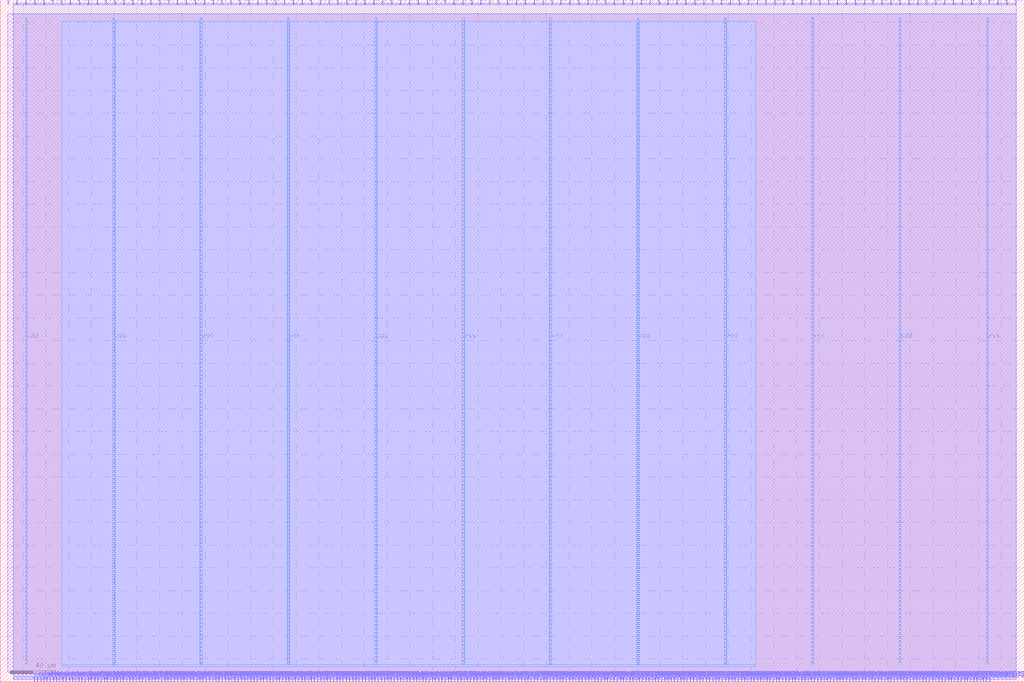
<source format=lef>
VERSION 5.7 ;
  NOWIREEXTENSIONATPIN ON ;
  DIVIDERCHAR "/" ;
  BUSBITCHARS "[]" ;
MACRO pwm_wb
  CLASS BLOCK ;
  FOREIGN pwm_wb ;
  ORIGIN 0.000 0.000 ;
  SIZE 900.000 BY 600.000 ;
  PIN io_in[0]
    DIRECTION INPUT ;
    USE SIGNAL ;
    PORT
      LAYER Metal2 ;
        RECT 6.720 596.000 7.280 600.000 ;
    END
  END io_in[0]
  PIN io_in[10]
    DIRECTION INPUT ;
    USE SIGNAL ;
    PORT
      LAYER Metal2 ;
        RECT 241.920 596.000 242.480 600.000 ;
    END
  END io_in[10]
  PIN io_in[11]
    DIRECTION INPUT ;
    USE SIGNAL ;
    PORT
      LAYER Metal2 ;
        RECT 265.440 596.000 266.000 600.000 ;
    END
  END io_in[11]
  PIN io_in[12]
    DIRECTION INPUT ;
    USE SIGNAL ;
    PORT
      LAYER Metal2 ;
        RECT 288.960 596.000 289.520 600.000 ;
    END
  END io_in[12]
  PIN io_in[13]
    DIRECTION INPUT ;
    USE SIGNAL ;
    PORT
      LAYER Metal2 ;
        RECT 312.480 596.000 313.040 600.000 ;
    END
  END io_in[13]
  PIN io_in[14]
    DIRECTION INPUT ;
    USE SIGNAL ;
    PORT
      LAYER Metal2 ;
        RECT 336.000 596.000 336.560 600.000 ;
    END
  END io_in[14]
  PIN io_in[15]
    DIRECTION INPUT ;
    USE SIGNAL ;
    PORT
      LAYER Metal2 ;
        RECT 359.520 596.000 360.080 600.000 ;
    END
  END io_in[15]
  PIN io_in[16]
    DIRECTION INPUT ;
    USE SIGNAL ;
    PORT
      LAYER Metal2 ;
        RECT 383.040 596.000 383.600 600.000 ;
    END
  END io_in[16]
  PIN io_in[17]
    DIRECTION INPUT ;
    USE SIGNAL ;
    PORT
      LAYER Metal2 ;
        RECT 406.560 596.000 407.120 600.000 ;
    END
  END io_in[17]
  PIN io_in[18]
    DIRECTION INPUT ;
    USE SIGNAL ;
    PORT
      LAYER Metal2 ;
        RECT 430.080 596.000 430.640 600.000 ;
    END
  END io_in[18]
  PIN io_in[19]
    DIRECTION INPUT ;
    USE SIGNAL ;
    PORT
      LAYER Metal2 ;
        RECT 453.600 596.000 454.160 600.000 ;
    END
  END io_in[19]
  PIN io_in[1]
    DIRECTION INPUT ;
    USE SIGNAL ;
    PORT
      LAYER Metal2 ;
        RECT 30.240 596.000 30.800 600.000 ;
    END
  END io_in[1]
  PIN io_in[20]
    DIRECTION INPUT ;
    USE SIGNAL ;
    PORT
      LAYER Metal2 ;
        RECT 477.120 596.000 477.680 600.000 ;
    END
  END io_in[20]
  PIN io_in[21]
    DIRECTION INPUT ;
    USE SIGNAL ;
    PORT
      LAYER Metal2 ;
        RECT 500.640 596.000 501.200 600.000 ;
    END
  END io_in[21]
  PIN io_in[22]
    DIRECTION INPUT ;
    USE SIGNAL ;
    PORT
      LAYER Metal2 ;
        RECT 524.160 596.000 524.720 600.000 ;
    END
  END io_in[22]
  PIN io_in[23]
    DIRECTION INPUT ;
    USE SIGNAL ;
    PORT
      LAYER Metal2 ;
        RECT 547.680 596.000 548.240 600.000 ;
    END
  END io_in[23]
  PIN io_in[24]
    DIRECTION INPUT ;
    USE SIGNAL ;
    PORT
      LAYER Metal2 ;
        RECT 571.200 596.000 571.760 600.000 ;
    END
  END io_in[24]
  PIN io_in[25]
    DIRECTION INPUT ;
    USE SIGNAL ;
    PORT
      LAYER Metal2 ;
        RECT 594.720 596.000 595.280 600.000 ;
    END
  END io_in[25]
  PIN io_in[26]
    DIRECTION INPUT ;
    USE SIGNAL ;
    PORT
      LAYER Metal2 ;
        RECT 618.240 596.000 618.800 600.000 ;
    END
  END io_in[26]
  PIN io_in[27]
    DIRECTION INPUT ;
    USE SIGNAL ;
    PORT
      LAYER Metal2 ;
        RECT 641.760 596.000 642.320 600.000 ;
    END
  END io_in[27]
  PIN io_in[28]
    DIRECTION INPUT ;
    USE SIGNAL ;
    PORT
      LAYER Metal2 ;
        RECT 665.280 596.000 665.840 600.000 ;
    END
  END io_in[28]
  PIN io_in[29]
    DIRECTION INPUT ;
    USE SIGNAL ;
    PORT
      LAYER Metal2 ;
        RECT 688.800 596.000 689.360 600.000 ;
    END
  END io_in[29]
  PIN io_in[2]
    DIRECTION INPUT ;
    USE SIGNAL ;
    PORT
      LAYER Metal2 ;
        RECT 53.760 596.000 54.320 600.000 ;
    END
  END io_in[2]
  PIN io_in[30]
    DIRECTION INPUT ;
    USE SIGNAL ;
    PORT
      LAYER Metal2 ;
        RECT 712.320 596.000 712.880 600.000 ;
    END
  END io_in[30]
  PIN io_in[31]
    DIRECTION INPUT ;
    USE SIGNAL ;
    PORT
      LAYER Metal2 ;
        RECT 735.840 596.000 736.400 600.000 ;
    END
  END io_in[31]
  PIN io_in[32]
    DIRECTION INPUT ;
    USE SIGNAL ;
    PORT
      LAYER Metal2 ;
        RECT 759.360 596.000 759.920 600.000 ;
    END
  END io_in[32]
  PIN io_in[33]
    DIRECTION INPUT ;
    USE SIGNAL ;
    PORT
      LAYER Metal2 ;
        RECT 782.880 596.000 783.440 600.000 ;
    END
  END io_in[33]
  PIN io_in[34]
    DIRECTION INPUT ;
    USE SIGNAL ;
    PORT
      LAYER Metal2 ;
        RECT 806.400 596.000 806.960 600.000 ;
    END
  END io_in[34]
  PIN io_in[35]
    DIRECTION INPUT ;
    USE SIGNAL ;
    PORT
      LAYER Metal2 ;
        RECT 829.920 596.000 830.480 600.000 ;
    END
  END io_in[35]
  PIN io_in[36]
    DIRECTION INPUT ;
    USE SIGNAL ;
    PORT
      LAYER Metal2 ;
        RECT 853.440 596.000 854.000 600.000 ;
    END
  END io_in[36]
  PIN io_in[37]
    DIRECTION INPUT ;
    USE SIGNAL ;
    PORT
      LAYER Metal2 ;
        RECT 876.960 596.000 877.520 600.000 ;
    END
  END io_in[37]
  PIN io_in[3]
    DIRECTION INPUT ;
    USE SIGNAL ;
    PORT
      LAYER Metal2 ;
        RECT 77.280 596.000 77.840 600.000 ;
    END
  END io_in[3]
  PIN io_in[4]
    DIRECTION INPUT ;
    USE SIGNAL ;
    PORT
      LAYER Metal2 ;
        RECT 100.800 596.000 101.360 600.000 ;
    END
  END io_in[4]
  PIN io_in[5]
    DIRECTION INPUT ;
    USE SIGNAL ;
    PORT
      LAYER Metal2 ;
        RECT 124.320 596.000 124.880 600.000 ;
    END
  END io_in[5]
  PIN io_in[6]
    DIRECTION INPUT ;
    USE SIGNAL ;
    PORT
      LAYER Metal2 ;
        RECT 147.840 596.000 148.400 600.000 ;
    END
  END io_in[6]
  PIN io_in[7]
    DIRECTION INPUT ;
    USE SIGNAL ;
    PORT
      LAYER Metal2 ;
        RECT 171.360 596.000 171.920 600.000 ;
    END
  END io_in[7]
  PIN io_in[8]
    DIRECTION INPUT ;
    USE SIGNAL ;
    PORT
      LAYER Metal2 ;
        RECT 194.880 596.000 195.440 600.000 ;
    END
  END io_in[8]
  PIN io_in[9]
    DIRECTION INPUT ;
    USE SIGNAL ;
    PORT
      LAYER Metal2 ;
        RECT 218.400 596.000 218.960 600.000 ;
    END
  END io_in[9]
  PIN io_oeb[0]
    DIRECTION OUTPUT TRISTATE ;
    USE SIGNAL ;
    PORT
      LAYER Metal2 ;
        RECT 14.560 596.000 15.120 600.000 ;
    END
  END io_oeb[0]
  PIN io_oeb[10]
    DIRECTION OUTPUT TRISTATE ;
    USE SIGNAL ;
    PORT
      LAYER Metal2 ;
        RECT 249.760 596.000 250.320 600.000 ;
    END
  END io_oeb[10]
  PIN io_oeb[11]
    DIRECTION OUTPUT TRISTATE ;
    USE SIGNAL ;
    PORT
      LAYER Metal2 ;
        RECT 273.280 596.000 273.840 600.000 ;
    END
  END io_oeb[11]
  PIN io_oeb[12]
    DIRECTION OUTPUT TRISTATE ;
    USE SIGNAL ;
    PORT
      LAYER Metal2 ;
        RECT 296.800 596.000 297.360 600.000 ;
    END
  END io_oeb[12]
  PIN io_oeb[13]
    DIRECTION OUTPUT TRISTATE ;
    USE SIGNAL ;
    PORT
      LAYER Metal2 ;
        RECT 320.320 596.000 320.880 600.000 ;
    END
  END io_oeb[13]
  PIN io_oeb[14]
    DIRECTION OUTPUT TRISTATE ;
    USE SIGNAL ;
    PORT
      LAYER Metal2 ;
        RECT 343.840 596.000 344.400 600.000 ;
    END
  END io_oeb[14]
  PIN io_oeb[15]
    DIRECTION OUTPUT TRISTATE ;
    USE SIGNAL ;
    PORT
      LAYER Metal2 ;
        RECT 367.360 596.000 367.920 600.000 ;
    END
  END io_oeb[15]
  PIN io_oeb[16]
    DIRECTION OUTPUT TRISTATE ;
    USE SIGNAL ;
    PORT
      LAYER Metal2 ;
        RECT 390.880 596.000 391.440 600.000 ;
    END
  END io_oeb[16]
  PIN io_oeb[17]
    DIRECTION OUTPUT TRISTATE ;
    USE SIGNAL ;
    PORT
      LAYER Metal2 ;
        RECT 414.400 596.000 414.960 600.000 ;
    END
  END io_oeb[17]
  PIN io_oeb[18]
    DIRECTION OUTPUT TRISTATE ;
    USE SIGNAL ;
    PORT
      LAYER Metal2 ;
        RECT 437.920 596.000 438.480 600.000 ;
    END
  END io_oeb[18]
  PIN io_oeb[19]
    DIRECTION OUTPUT TRISTATE ;
    USE SIGNAL ;
    PORT
      LAYER Metal2 ;
        RECT 461.440 596.000 462.000 600.000 ;
    END
  END io_oeb[19]
  PIN io_oeb[1]
    DIRECTION OUTPUT TRISTATE ;
    USE SIGNAL ;
    PORT
      LAYER Metal2 ;
        RECT 38.080 596.000 38.640 600.000 ;
    END
  END io_oeb[1]
  PIN io_oeb[20]
    DIRECTION OUTPUT TRISTATE ;
    USE SIGNAL ;
    PORT
      LAYER Metal2 ;
        RECT 484.960 596.000 485.520 600.000 ;
    END
  END io_oeb[20]
  PIN io_oeb[21]
    DIRECTION OUTPUT TRISTATE ;
    USE SIGNAL ;
    PORT
      LAYER Metal2 ;
        RECT 508.480 596.000 509.040 600.000 ;
    END
  END io_oeb[21]
  PIN io_oeb[22]
    DIRECTION OUTPUT TRISTATE ;
    USE SIGNAL ;
    PORT
      LAYER Metal2 ;
        RECT 532.000 596.000 532.560 600.000 ;
    END
  END io_oeb[22]
  PIN io_oeb[23]
    DIRECTION OUTPUT TRISTATE ;
    USE SIGNAL ;
    PORT
      LAYER Metal2 ;
        RECT 555.520 596.000 556.080 600.000 ;
    END
  END io_oeb[23]
  PIN io_oeb[24]
    DIRECTION OUTPUT TRISTATE ;
    USE SIGNAL ;
    PORT
      LAYER Metal2 ;
        RECT 579.040 596.000 579.600 600.000 ;
    END
  END io_oeb[24]
  PIN io_oeb[25]
    DIRECTION OUTPUT TRISTATE ;
    USE SIGNAL ;
    PORT
      LAYER Metal2 ;
        RECT 602.560 596.000 603.120 600.000 ;
    END
  END io_oeb[25]
  PIN io_oeb[26]
    DIRECTION OUTPUT TRISTATE ;
    USE SIGNAL ;
    PORT
      LAYER Metal2 ;
        RECT 626.080 596.000 626.640 600.000 ;
    END
  END io_oeb[26]
  PIN io_oeb[27]
    DIRECTION OUTPUT TRISTATE ;
    USE SIGNAL ;
    PORT
      LAYER Metal2 ;
        RECT 649.600 596.000 650.160 600.000 ;
    END
  END io_oeb[27]
  PIN io_oeb[28]
    DIRECTION OUTPUT TRISTATE ;
    USE SIGNAL ;
    PORT
      LAYER Metal2 ;
        RECT 673.120 596.000 673.680 600.000 ;
    END
  END io_oeb[28]
  PIN io_oeb[29]
    DIRECTION OUTPUT TRISTATE ;
    USE SIGNAL ;
    PORT
      LAYER Metal2 ;
        RECT 696.640 596.000 697.200 600.000 ;
    END
  END io_oeb[29]
  PIN io_oeb[2]
    DIRECTION OUTPUT TRISTATE ;
    USE SIGNAL ;
    PORT
      LAYER Metal2 ;
        RECT 61.600 596.000 62.160 600.000 ;
    END
  END io_oeb[2]
  PIN io_oeb[30]
    DIRECTION OUTPUT TRISTATE ;
    USE SIGNAL ;
    PORT
      LAYER Metal2 ;
        RECT 720.160 596.000 720.720 600.000 ;
    END
  END io_oeb[30]
  PIN io_oeb[31]
    DIRECTION OUTPUT TRISTATE ;
    USE SIGNAL ;
    PORT
      LAYER Metal2 ;
        RECT 743.680 596.000 744.240 600.000 ;
    END
  END io_oeb[31]
  PIN io_oeb[32]
    DIRECTION OUTPUT TRISTATE ;
    USE SIGNAL ;
    PORT
      LAYER Metal2 ;
        RECT 767.200 596.000 767.760 600.000 ;
    END
  END io_oeb[32]
  PIN io_oeb[33]
    DIRECTION OUTPUT TRISTATE ;
    USE SIGNAL ;
    PORT
      LAYER Metal2 ;
        RECT 790.720 596.000 791.280 600.000 ;
    END
  END io_oeb[33]
  PIN io_oeb[34]
    DIRECTION OUTPUT TRISTATE ;
    USE SIGNAL ;
    PORT
      LAYER Metal2 ;
        RECT 814.240 596.000 814.800 600.000 ;
    END
  END io_oeb[34]
  PIN io_oeb[35]
    DIRECTION OUTPUT TRISTATE ;
    USE SIGNAL ;
    PORT
      LAYER Metal2 ;
        RECT 837.760 596.000 838.320 600.000 ;
    END
  END io_oeb[35]
  PIN io_oeb[36]
    DIRECTION OUTPUT TRISTATE ;
    USE SIGNAL ;
    PORT
      LAYER Metal2 ;
        RECT 861.280 596.000 861.840 600.000 ;
    END
  END io_oeb[36]
  PIN io_oeb[37]
    DIRECTION OUTPUT TRISTATE ;
    USE SIGNAL ;
    PORT
      LAYER Metal2 ;
        RECT 884.800 596.000 885.360 600.000 ;
    END
  END io_oeb[37]
  PIN io_oeb[3]
    DIRECTION OUTPUT TRISTATE ;
    USE SIGNAL ;
    PORT
      LAYER Metal2 ;
        RECT 85.120 596.000 85.680 600.000 ;
    END
  END io_oeb[3]
  PIN io_oeb[4]
    DIRECTION OUTPUT TRISTATE ;
    USE SIGNAL ;
    PORT
      LAYER Metal2 ;
        RECT 108.640 596.000 109.200 600.000 ;
    END
  END io_oeb[4]
  PIN io_oeb[5]
    DIRECTION OUTPUT TRISTATE ;
    USE SIGNAL ;
    PORT
      LAYER Metal2 ;
        RECT 132.160 596.000 132.720 600.000 ;
    END
  END io_oeb[5]
  PIN io_oeb[6]
    DIRECTION OUTPUT TRISTATE ;
    USE SIGNAL ;
    PORT
      LAYER Metal2 ;
        RECT 155.680 596.000 156.240 600.000 ;
    END
  END io_oeb[6]
  PIN io_oeb[7]
    DIRECTION OUTPUT TRISTATE ;
    USE SIGNAL ;
    PORT
      LAYER Metal2 ;
        RECT 179.200 596.000 179.760 600.000 ;
    END
  END io_oeb[7]
  PIN io_oeb[8]
    DIRECTION OUTPUT TRISTATE ;
    USE SIGNAL ;
    PORT
      LAYER Metal2 ;
        RECT 202.720 596.000 203.280 600.000 ;
    END
  END io_oeb[8]
  PIN io_oeb[9]
    DIRECTION OUTPUT TRISTATE ;
    USE SIGNAL ;
    PORT
      LAYER Metal2 ;
        RECT 226.240 596.000 226.800 600.000 ;
    END
  END io_oeb[9]
  PIN io_out[0]
    DIRECTION OUTPUT TRISTATE ;
    USE SIGNAL ;
    PORT
      LAYER Metal2 ;
        RECT 22.400 596.000 22.960 600.000 ;
    END
  END io_out[0]
  PIN io_out[10]
    DIRECTION OUTPUT TRISTATE ;
    USE SIGNAL ;
    PORT
      LAYER Metal2 ;
        RECT 257.600 596.000 258.160 600.000 ;
    END
  END io_out[10]
  PIN io_out[11]
    DIRECTION OUTPUT TRISTATE ;
    USE SIGNAL ;
    PORT
      LAYER Metal2 ;
        RECT 281.120 596.000 281.680 600.000 ;
    END
  END io_out[11]
  PIN io_out[12]
    DIRECTION OUTPUT TRISTATE ;
    USE SIGNAL ;
    PORT
      LAYER Metal2 ;
        RECT 304.640 596.000 305.200 600.000 ;
    END
  END io_out[12]
  PIN io_out[13]
    DIRECTION OUTPUT TRISTATE ;
    USE SIGNAL ;
    PORT
      LAYER Metal2 ;
        RECT 328.160 596.000 328.720 600.000 ;
    END
  END io_out[13]
  PIN io_out[14]
    DIRECTION OUTPUT TRISTATE ;
    USE SIGNAL ;
    PORT
      LAYER Metal2 ;
        RECT 351.680 596.000 352.240 600.000 ;
    END
  END io_out[14]
  PIN io_out[15]
    DIRECTION OUTPUT TRISTATE ;
    USE SIGNAL ;
    PORT
      LAYER Metal2 ;
        RECT 375.200 596.000 375.760 600.000 ;
    END
  END io_out[15]
  PIN io_out[16]
    DIRECTION OUTPUT TRISTATE ;
    USE SIGNAL ;
    PORT
      LAYER Metal2 ;
        RECT 398.720 596.000 399.280 600.000 ;
    END
  END io_out[16]
  PIN io_out[17]
    DIRECTION OUTPUT TRISTATE ;
    USE SIGNAL ;
    PORT
      LAYER Metal2 ;
        RECT 422.240 596.000 422.800 600.000 ;
    END
  END io_out[17]
  PIN io_out[18]
    DIRECTION OUTPUT TRISTATE ;
    USE SIGNAL ;
    PORT
      LAYER Metal2 ;
        RECT 445.760 596.000 446.320 600.000 ;
    END
  END io_out[18]
  PIN io_out[19]
    DIRECTION OUTPUT TRISTATE ;
    USE SIGNAL ;
    PORT
      LAYER Metal2 ;
        RECT 469.280 596.000 469.840 600.000 ;
    END
  END io_out[19]
  PIN io_out[1]
    DIRECTION OUTPUT TRISTATE ;
    USE SIGNAL ;
    PORT
      LAYER Metal2 ;
        RECT 45.920 596.000 46.480 600.000 ;
    END
  END io_out[1]
  PIN io_out[20]
    DIRECTION OUTPUT TRISTATE ;
    USE SIGNAL ;
    PORT
      LAYER Metal2 ;
        RECT 492.800 596.000 493.360 600.000 ;
    END
  END io_out[20]
  PIN io_out[21]
    DIRECTION OUTPUT TRISTATE ;
    USE SIGNAL ;
    PORT
      LAYER Metal2 ;
        RECT 516.320 596.000 516.880 600.000 ;
    END
  END io_out[21]
  PIN io_out[22]
    DIRECTION OUTPUT TRISTATE ;
    USE SIGNAL ;
    PORT
      LAYER Metal2 ;
        RECT 539.840 596.000 540.400 600.000 ;
    END
  END io_out[22]
  PIN io_out[23]
    DIRECTION OUTPUT TRISTATE ;
    USE SIGNAL ;
    PORT
      LAYER Metal2 ;
        RECT 563.360 596.000 563.920 600.000 ;
    END
  END io_out[23]
  PIN io_out[24]
    DIRECTION OUTPUT TRISTATE ;
    USE SIGNAL ;
    PORT
      LAYER Metal2 ;
        RECT 586.880 596.000 587.440 600.000 ;
    END
  END io_out[24]
  PIN io_out[25]
    DIRECTION OUTPUT TRISTATE ;
    USE SIGNAL ;
    PORT
      LAYER Metal2 ;
        RECT 610.400 596.000 610.960 600.000 ;
    END
  END io_out[25]
  PIN io_out[26]
    DIRECTION OUTPUT TRISTATE ;
    USE SIGNAL ;
    PORT
      LAYER Metal2 ;
        RECT 633.920 596.000 634.480 600.000 ;
    END
  END io_out[26]
  PIN io_out[27]
    DIRECTION OUTPUT TRISTATE ;
    USE SIGNAL ;
    PORT
      LAYER Metal2 ;
        RECT 657.440 596.000 658.000 600.000 ;
    END
  END io_out[27]
  PIN io_out[28]
    DIRECTION OUTPUT TRISTATE ;
    USE SIGNAL ;
    PORT
      LAYER Metal2 ;
        RECT 680.960 596.000 681.520 600.000 ;
    END
  END io_out[28]
  PIN io_out[29]
    DIRECTION OUTPUT TRISTATE ;
    USE SIGNAL ;
    PORT
      LAYER Metal2 ;
        RECT 704.480 596.000 705.040 600.000 ;
    END
  END io_out[29]
  PIN io_out[2]
    DIRECTION OUTPUT TRISTATE ;
    USE SIGNAL ;
    PORT
      LAYER Metal2 ;
        RECT 69.440 596.000 70.000 600.000 ;
    END
  END io_out[2]
  PIN io_out[30]
    DIRECTION OUTPUT TRISTATE ;
    USE SIGNAL ;
    PORT
      LAYER Metal2 ;
        RECT 728.000 596.000 728.560 600.000 ;
    END
  END io_out[30]
  PIN io_out[31]
    DIRECTION OUTPUT TRISTATE ;
    USE SIGNAL ;
    PORT
      LAYER Metal2 ;
        RECT 751.520 596.000 752.080 600.000 ;
    END
  END io_out[31]
  PIN io_out[32]
    DIRECTION OUTPUT TRISTATE ;
    USE SIGNAL ;
    PORT
      LAYER Metal2 ;
        RECT 775.040 596.000 775.600 600.000 ;
    END
  END io_out[32]
  PIN io_out[33]
    DIRECTION OUTPUT TRISTATE ;
    USE SIGNAL ;
    PORT
      LAYER Metal2 ;
        RECT 798.560 596.000 799.120 600.000 ;
    END
  END io_out[33]
  PIN io_out[34]
    DIRECTION OUTPUT TRISTATE ;
    USE SIGNAL ;
    PORT
      LAYER Metal2 ;
        RECT 822.080 596.000 822.640 600.000 ;
    END
  END io_out[34]
  PIN io_out[35]
    DIRECTION OUTPUT TRISTATE ;
    USE SIGNAL ;
    PORT
      LAYER Metal2 ;
        RECT 845.600 596.000 846.160 600.000 ;
    END
  END io_out[35]
  PIN io_out[36]
    DIRECTION OUTPUT TRISTATE ;
    USE SIGNAL ;
    PORT
      LAYER Metal2 ;
        RECT 869.120 596.000 869.680 600.000 ;
    END
  END io_out[36]
  PIN io_out[37]
    DIRECTION OUTPUT TRISTATE ;
    USE SIGNAL ;
    PORT
      LAYER Metal2 ;
        RECT 892.640 596.000 893.200 600.000 ;
    END
  END io_out[37]
  PIN io_out[3]
    DIRECTION OUTPUT TRISTATE ;
    USE SIGNAL ;
    PORT
      LAYER Metal2 ;
        RECT 92.960 596.000 93.520 600.000 ;
    END
  END io_out[3]
  PIN io_out[4]
    DIRECTION OUTPUT TRISTATE ;
    USE SIGNAL ;
    PORT
      LAYER Metal2 ;
        RECT 116.480 596.000 117.040 600.000 ;
    END
  END io_out[4]
  PIN io_out[5]
    DIRECTION OUTPUT TRISTATE ;
    USE SIGNAL ;
    PORT
      LAYER Metal2 ;
        RECT 140.000 596.000 140.560 600.000 ;
    END
  END io_out[5]
  PIN io_out[6]
    DIRECTION OUTPUT TRISTATE ;
    USE SIGNAL ;
    PORT
      LAYER Metal2 ;
        RECT 163.520 596.000 164.080 600.000 ;
    END
  END io_out[6]
  PIN io_out[7]
    DIRECTION OUTPUT TRISTATE ;
    USE SIGNAL ;
    PORT
      LAYER Metal2 ;
        RECT 187.040 596.000 187.600 600.000 ;
    END
  END io_out[7]
  PIN io_out[8]
    DIRECTION OUTPUT TRISTATE ;
    USE SIGNAL ;
    PORT
      LAYER Metal2 ;
        RECT 210.560 596.000 211.120 600.000 ;
    END
  END io_out[8]
  PIN io_out[9]
    DIRECTION OUTPUT TRISTATE ;
    USE SIGNAL ;
    PORT
      LAYER Metal2 ;
        RECT 234.080 596.000 234.640 600.000 ;
    END
  END io_out[9]
  PIN irq[0]
    DIRECTION OUTPUT TRISTATE ;
    USE SIGNAL ;
    PORT
      LAYER Metal2 ;
        RECT 864.080 0.000 864.640 4.000 ;
    END
  END irq[0]
  PIN irq[1]
    DIRECTION OUTPUT TRISTATE ;
    USE SIGNAL ;
    PORT
      LAYER Metal2 ;
        RECT 866.880 0.000 867.440 4.000 ;
    END
  END irq[1]
  PIN irq[2]
    DIRECTION OUTPUT TRISTATE ;
    USE SIGNAL ;
    PORT
      LAYER Metal2 ;
        RECT 869.680 0.000 870.240 4.000 ;
    END
  END irq[2]
  PIN la_data_in[0]
    DIRECTION INPUT ;
    USE SIGNAL ;
    PORT
      LAYER Metal2 ;
        RECT 326.480 0.000 327.040 4.000 ;
    END
  END la_data_in[0]
  PIN la_data_in[10]
    DIRECTION INPUT ;
    USE SIGNAL ;
    PORT
      LAYER Metal2 ;
        RECT 410.480 0.000 411.040 4.000 ;
    END
  END la_data_in[10]
  PIN la_data_in[11]
    DIRECTION INPUT ;
    USE SIGNAL ;
    PORT
      LAYER Metal2 ;
        RECT 418.880 0.000 419.440 4.000 ;
    END
  END la_data_in[11]
  PIN la_data_in[12]
    DIRECTION INPUT ;
    USE SIGNAL ;
    PORT
      LAYER Metal2 ;
        RECT 427.280 0.000 427.840 4.000 ;
    END
  END la_data_in[12]
  PIN la_data_in[13]
    DIRECTION INPUT ;
    USE SIGNAL ;
    PORT
      LAYER Metal2 ;
        RECT 435.680 0.000 436.240 4.000 ;
    END
  END la_data_in[13]
  PIN la_data_in[14]
    DIRECTION INPUT ;
    USE SIGNAL ;
    PORT
      LAYER Metal2 ;
        RECT 444.080 0.000 444.640 4.000 ;
    END
  END la_data_in[14]
  PIN la_data_in[15]
    DIRECTION INPUT ;
    USE SIGNAL ;
    PORT
      LAYER Metal2 ;
        RECT 452.480 0.000 453.040 4.000 ;
    END
  END la_data_in[15]
  PIN la_data_in[16]
    DIRECTION INPUT ;
    USE SIGNAL ;
    PORT
      LAYER Metal2 ;
        RECT 460.880 0.000 461.440 4.000 ;
    END
  END la_data_in[16]
  PIN la_data_in[17]
    DIRECTION INPUT ;
    USE SIGNAL ;
    PORT
      LAYER Metal2 ;
        RECT 469.280 0.000 469.840 4.000 ;
    END
  END la_data_in[17]
  PIN la_data_in[18]
    DIRECTION INPUT ;
    USE SIGNAL ;
    PORT
      LAYER Metal2 ;
        RECT 477.680 0.000 478.240 4.000 ;
    END
  END la_data_in[18]
  PIN la_data_in[19]
    DIRECTION INPUT ;
    USE SIGNAL ;
    PORT
      LAYER Metal2 ;
        RECT 486.080 0.000 486.640 4.000 ;
    END
  END la_data_in[19]
  PIN la_data_in[1]
    DIRECTION INPUT ;
    USE SIGNAL ;
    PORT
      LAYER Metal2 ;
        RECT 334.880 0.000 335.440 4.000 ;
    END
  END la_data_in[1]
  PIN la_data_in[20]
    DIRECTION INPUT ;
    USE SIGNAL ;
    PORT
      LAYER Metal2 ;
        RECT 494.480 0.000 495.040 4.000 ;
    END
  END la_data_in[20]
  PIN la_data_in[21]
    DIRECTION INPUT ;
    USE SIGNAL ;
    PORT
      LAYER Metal2 ;
        RECT 502.880 0.000 503.440 4.000 ;
    END
  END la_data_in[21]
  PIN la_data_in[22]
    DIRECTION INPUT ;
    USE SIGNAL ;
    PORT
      LAYER Metal2 ;
        RECT 511.280 0.000 511.840 4.000 ;
    END
  END la_data_in[22]
  PIN la_data_in[23]
    DIRECTION INPUT ;
    USE SIGNAL ;
    PORT
      LAYER Metal2 ;
        RECT 519.680 0.000 520.240 4.000 ;
    END
  END la_data_in[23]
  PIN la_data_in[24]
    DIRECTION INPUT ;
    USE SIGNAL ;
    PORT
      LAYER Metal2 ;
        RECT 528.080 0.000 528.640 4.000 ;
    END
  END la_data_in[24]
  PIN la_data_in[25]
    DIRECTION INPUT ;
    USE SIGNAL ;
    PORT
      LAYER Metal2 ;
        RECT 536.480 0.000 537.040 4.000 ;
    END
  END la_data_in[25]
  PIN la_data_in[26]
    DIRECTION INPUT ;
    USE SIGNAL ;
    PORT
      LAYER Metal2 ;
        RECT 544.880 0.000 545.440 4.000 ;
    END
  END la_data_in[26]
  PIN la_data_in[27]
    DIRECTION INPUT ;
    USE SIGNAL ;
    PORT
      LAYER Metal2 ;
        RECT 553.280 0.000 553.840 4.000 ;
    END
  END la_data_in[27]
  PIN la_data_in[28]
    DIRECTION INPUT ;
    USE SIGNAL ;
    PORT
      LAYER Metal2 ;
        RECT 561.680 0.000 562.240 4.000 ;
    END
  END la_data_in[28]
  PIN la_data_in[29]
    DIRECTION INPUT ;
    USE SIGNAL ;
    PORT
      LAYER Metal2 ;
        RECT 570.080 0.000 570.640 4.000 ;
    END
  END la_data_in[29]
  PIN la_data_in[2]
    DIRECTION INPUT ;
    USE SIGNAL ;
    PORT
      LAYER Metal2 ;
        RECT 343.280 0.000 343.840 4.000 ;
    END
  END la_data_in[2]
  PIN la_data_in[30]
    DIRECTION INPUT ;
    USE SIGNAL ;
    PORT
      LAYER Metal2 ;
        RECT 578.480 0.000 579.040 4.000 ;
    END
  END la_data_in[30]
  PIN la_data_in[31]
    DIRECTION INPUT ;
    USE SIGNAL ;
    PORT
      LAYER Metal2 ;
        RECT 586.880 0.000 587.440 4.000 ;
    END
  END la_data_in[31]
  PIN la_data_in[32]
    DIRECTION INPUT ;
    USE SIGNAL ;
    PORT
      LAYER Metal2 ;
        RECT 595.280 0.000 595.840 4.000 ;
    END
  END la_data_in[32]
  PIN la_data_in[33]
    DIRECTION INPUT ;
    USE SIGNAL ;
    PORT
      LAYER Metal2 ;
        RECT 603.680 0.000 604.240 4.000 ;
    END
  END la_data_in[33]
  PIN la_data_in[34]
    DIRECTION INPUT ;
    USE SIGNAL ;
    PORT
      LAYER Metal2 ;
        RECT 612.080 0.000 612.640 4.000 ;
    END
  END la_data_in[34]
  PIN la_data_in[35]
    DIRECTION INPUT ;
    USE SIGNAL ;
    PORT
      LAYER Metal2 ;
        RECT 620.480 0.000 621.040 4.000 ;
    END
  END la_data_in[35]
  PIN la_data_in[36]
    DIRECTION INPUT ;
    USE SIGNAL ;
    PORT
      LAYER Metal2 ;
        RECT 628.880 0.000 629.440 4.000 ;
    END
  END la_data_in[36]
  PIN la_data_in[37]
    DIRECTION INPUT ;
    USE SIGNAL ;
    PORT
      LAYER Metal2 ;
        RECT 637.280 0.000 637.840 4.000 ;
    END
  END la_data_in[37]
  PIN la_data_in[38]
    DIRECTION INPUT ;
    USE SIGNAL ;
    PORT
      LAYER Metal2 ;
        RECT 645.680 0.000 646.240 4.000 ;
    END
  END la_data_in[38]
  PIN la_data_in[39]
    DIRECTION INPUT ;
    USE SIGNAL ;
    PORT
      LAYER Metal2 ;
        RECT 654.080 0.000 654.640 4.000 ;
    END
  END la_data_in[39]
  PIN la_data_in[3]
    DIRECTION INPUT ;
    USE SIGNAL ;
    PORT
      LAYER Metal2 ;
        RECT 351.680 0.000 352.240 4.000 ;
    END
  END la_data_in[3]
  PIN la_data_in[40]
    DIRECTION INPUT ;
    USE SIGNAL ;
    PORT
      LAYER Metal2 ;
        RECT 662.480 0.000 663.040 4.000 ;
    END
  END la_data_in[40]
  PIN la_data_in[41]
    DIRECTION INPUT ;
    USE SIGNAL ;
    PORT
      LAYER Metal2 ;
        RECT 670.880 0.000 671.440 4.000 ;
    END
  END la_data_in[41]
  PIN la_data_in[42]
    DIRECTION INPUT ;
    USE SIGNAL ;
    PORT
      LAYER Metal2 ;
        RECT 679.280 0.000 679.840 4.000 ;
    END
  END la_data_in[42]
  PIN la_data_in[43]
    DIRECTION INPUT ;
    USE SIGNAL ;
    PORT
      LAYER Metal2 ;
        RECT 687.680 0.000 688.240 4.000 ;
    END
  END la_data_in[43]
  PIN la_data_in[44]
    DIRECTION INPUT ;
    USE SIGNAL ;
    PORT
      LAYER Metal2 ;
        RECT 696.080 0.000 696.640 4.000 ;
    END
  END la_data_in[44]
  PIN la_data_in[45]
    DIRECTION INPUT ;
    USE SIGNAL ;
    PORT
      LAYER Metal2 ;
        RECT 704.480 0.000 705.040 4.000 ;
    END
  END la_data_in[45]
  PIN la_data_in[46]
    DIRECTION INPUT ;
    USE SIGNAL ;
    PORT
      LAYER Metal2 ;
        RECT 712.880 0.000 713.440 4.000 ;
    END
  END la_data_in[46]
  PIN la_data_in[47]
    DIRECTION INPUT ;
    USE SIGNAL ;
    PORT
      LAYER Metal2 ;
        RECT 721.280 0.000 721.840 4.000 ;
    END
  END la_data_in[47]
  PIN la_data_in[48]
    DIRECTION INPUT ;
    USE SIGNAL ;
    PORT
      LAYER Metal2 ;
        RECT 729.680 0.000 730.240 4.000 ;
    END
  END la_data_in[48]
  PIN la_data_in[49]
    DIRECTION INPUT ;
    USE SIGNAL ;
    PORT
      LAYER Metal2 ;
        RECT 738.080 0.000 738.640 4.000 ;
    END
  END la_data_in[49]
  PIN la_data_in[4]
    DIRECTION INPUT ;
    USE SIGNAL ;
    PORT
      LAYER Metal2 ;
        RECT 360.080 0.000 360.640 4.000 ;
    END
  END la_data_in[4]
  PIN la_data_in[50]
    DIRECTION INPUT ;
    USE SIGNAL ;
    PORT
      LAYER Metal2 ;
        RECT 746.480 0.000 747.040 4.000 ;
    END
  END la_data_in[50]
  PIN la_data_in[51]
    DIRECTION INPUT ;
    USE SIGNAL ;
    PORT
      LAYER Metal2 ;
        RECT 754.880 0.000 755.440 4.000 ;
    END
  END la_data_in[51]
  PIN la_data_in[52]
    DIRECTION INPUT ;
    USE SIGNAL ;
    PORT
      LAYER Metal2 ;
        RECT 763.280 0.000 763.840 4.000 ;
    END
  END la_data_in[52]
  PIN la_data_in[53]
    DIRECTION INPUT ;
    USE SIGNAL ;
    PORT
      LAYER Metal2 ;
        RECT 771.680 0.000 772.240 4.000 ;
    END
  END la_data_in[53]
  PIN la_data_in[54]
    DIRECTION INPUT ;
    USE SIGNAL ;
    PORT
      LAYER Metal2 ;
        RECT 780.080 0.000 780.640 4.000 ;
    END
  END la_data_in[54]
  PIN la_data_in[55]
    DIRECTION INPUT ;
    USE SIGNAL ;
    PORT
      LAYER Metal2 ;
        RECT 788.480 0.000 789.040 4.000 ;
    END
  END la_data_in[55]
  PIN la_data_in[56]
    DIRECTION INPUT ;
    USE SIGNAL ;
    PORT
      LAYER Metal2 ;
        RECT 796.880 0.000 797.440 4.000 ;
    END
  END la_data_in[56]
  PIN la_data_in[57]
    DIRECTION INPUT ;
    USE SIGNAL ;
    PORT
      LAYER Metal2 ;
        RECT 805.280 0.000 805.840 4.000 ;
    END
  END la_data_in[57]
  PIN la_data_in[58]
    DIRECTION INPUT ;
    USE SIGNAL ;
    PORT
      LAYER Metal2 ;
        RECT 813.680 0.000 814.240 4.000 ;
    END
  END la_data_in[58]
  PIN la_data_in[59]
    DIRECTION INPUT ;
    USE SIGNAL ;
    PORT
      LAYER Metal2 ;
        RECT 822.080 0.000 822.640 4.000 ;
    END
  END la_data_in[59]
  PIN la_data_in[5]
    DIRECTION INPUT ;
    USE SIGNAL ;
    PORT
      LAYER Metal2 ;
        RECT 368.480 0.000 369.040 4.000 ;
    END
  END la_data_in[5]
  PIN la_data_in[60]
    DIRECTION INPUT ;
    USE SIGNAL ;
    PORT
      LAYER Metal2 ;
        RECT 830.480 0.000 831.040 4.000 ;
    END
  END la_data_in[60]
  PIN la_data_in[61]
    DIRECTION INPUT ;
    USE SIGNAL ;
    PORT
      LAYER Metal2 ;
        RECT 838.880 0.000 839.440 4.000 ;
    END
  END la_data_in[61]
  PIN la_data_in[62]
    DIRECTION INPUT ;
    USE SIGNAL ;
    PORT
      LAYER Metal2 ;
        RECT 847.280 0.000 847.840 4.000 ;
    END
  END la_data_in[62]
  PIN la_data_in[63]
    DIRECTION INPUT ;
    USE SIGNAL ;
    PORT
      LAYER Metal2 ;
        RECT 855.680 0.000 856.240 4.000 ;
    END
  END la_data_in[63]
  PIN la_data_in[6]
    DIRECTION INPUT ;
    USE SIGNAL ;
    PORT
      LAYER Metal2 ;
        RECT 376.880 0.000 377.440 4.000 ;
    END
  END la_data_in[6]
  PIN la_data_in[7]
    DIRECTION INPUT ;
    USE SIGNAL ;
    PORT
      LAYER Metal2 ;
        RECT 385.280 0.000 385.840 4.000 ;
    END
  END la_data_in[7]
  PIN la_data_in[8]
    DIRECTION INPUT ;
    USE SIGNAL ;
    PORT
      LAYER Metal2 ;
        RECT 393.680 0.000 394.240 4.000 ;
    END
  END la_data_in[8]
  PIN la_data_in[9]
    DIRECTION INPUT ;
    USE SIGNAL ;
    PORT
      LAYER Metal2 ;
        RECT 402.080 0.000 402.640 4.000 ;
    END
  END la_data_in[9]
  PIN la_data_out[0]
    DIRECTION OUTPUT TRISTATE ;
    USE SIGNAL ;
    PORT
      LAYER Metal2 ;
        RECT 329.280 0.000 329.840 4.000 ;
    END
  END la_data_out[0]
  PIN la_data_out[10]
    DIRECTION OUTPUT TRISTATE ;
    USE SIGNAL ;
    PORT
      LAYER Metal2 ;
        RECT 413.280 0.000 413.840 4.000 ;
    END
  END la_data_out[10]
  PIN la_data_out[11]
    DIRECTION OUTPUT TRISTATE ;
    USE SIGNAL ;
    PORT
      LAYER Metal2 ;
        RECT 421.680 0.000 422.240 4.000 ;
    END
  END la_data_out[11]
  PIN la_data_out[12]
    DIRECTION OUTPUT TRISTATE ;
    USE SIGNAL ;
    PORT
      LAYER Metal2 ;
        RECT 430.080 0.000 430.640 4.000 ;
    END
  END la_data_out[12]
  PIN la_data_out[13]
    DIRECTION OUTPUT TRISTATE ;
    USE SIGNAL ;
    PORT
      LAYER Metal2 ;
        RECT 438.480 0.000 439.040 4.000 ;
    END
  END la_data_out[13]
  PIN la_data_out[14]
    DIRECTION OUTPUT TRISTATE ;
    USE SIGNAL ;
    PORT
      LAYER Metal2 ;
        RECT 446.880 0.000 447.440 4.000 ;
    END
  END la_data_out[14]
  PIN la_data_out[15]
    DIRECTION OUTPUT TRISTATE ;
    USE SIGNAL ;
    PORT
      LAYER Metal2 ;
        RECT 455.280 0.000 455.840 4.000 ;
    END
  END la_data_out[15]
  PIN la_data_out[16]
    DIRECTION OUTPUT TRISTATE ;
    USE SIGNAL ;
    PORT
      LAYER Metal2 ;
        RECT 463.680 0.000 464.240 4.000 ;
    END
  END la_data_out[16]
  PIN la_data_out[17]
    DIRECTION OUTPUT TRISTATE ;
    USE SIGNAL ;
    PORT
      LAYER Metal2 ;
        RECT 472.080 0.000 472.640 4.000 ;
    END
  END la_data_out[17]
  PIN la_data_out[18]
    DIRECTION OUTPUT TRISTATE ;
    USE SIGNAL ;
    PORT
      LAYER Metal2 ;
        RECT 480.480 0.000 481.040 4.000 ;
    END
  END la_data_out[18]
  PIN la_data_out[19]
    DIRECTION OUTPUT TRISTATE ;
    USE SIGNAL ;
    PORT
      LAYER Metal2 ;
        RECT 488.880 0.000 489.440 4.000 ;
    END
  END la_data_out[19]
  PIN la_data_out[1]
    DIRECTION OUTPUT TRISTATE ;
    USE SIGNAL ;
    PORT
      LAYER Metal2 ;
        RECT 337.680 0.000 338.240 4.000 ;
    END
  END la_data_out[1]
  PIN la_data_out[20]
    DIRECTION OUTPUT TRISTATE ;
    USE SIGNAL ;
    PORT
      LAYER Metal2 ;
        RECT 497.280 0.000 497.840 4.000 ;
    END
  END la_data_out[20]
  PIN la_data_out[21]
    DIRECTION OUTPUT TRISTATE ;
    USE SIGNAL ;
    PORT
      LAYER Metal2 ;
        RECT 505.680 0.000 506.240 4.000 ;
    END
  END la_data_out[21]
  PIN la_data_out[22]
    DIRECTION OUTPUT TRISTATE ;
    USE SIGNAL ;
    PORT
      LAYER Metal2 ;
        RECT 514.080 0.000 514.640 4.000 ;
    END
  END la_data_out[22]
  PIN la_data_out[23]
    DIRECTION OUTPUT TRISTATE ;
    USE SIGNAL ;
    PORT
      LAYER Metal2 ;
        RECT 522.480 0.000 523.040 4.000 ;
    END
  END la_data_out[23]
  PIN la_data_out[24]
    DIRECTION OUTPUT TRISTATE ;
    USE SIGNAL ;
    PORT
      LAYER Metal2 ;
        RECT 530.880 0.000 531.440 4.000 ;
    END
  END la_data_out[24]
  PIN la_data_out[25]
    DIRECTION OUTPUT TRISTATE ;
    USE SIGNAL ;
    PORT
      LAYER Metal2 ;
        RECT 539.280 0.000 539.840 4.000 ;
    END
  END la_data_out[25]
  PIN la_data_out[26]
    DIRECTION OUTPUT TRISTATE ;
    USE SIGNAL ;
    PORT
      LAYER Metal2 ;
        RECT 547.680 0.000 548.240 4.000 ;
    END
  END la_data_out[26]
  PIN la_data_out[27]
    DIRECTION OUTPUT TRISTATE ;
    USE SIGNAL ;
    PORT
      LAYER Metal2 ;
        RECT 556.080 0.000 556.640 4.000 ;
    END
  END la_data_out[27]
  PIN la_data_out[28]
    DIRECTION OUTPUT TRISTATE ;
    USE SIGNAL ;
    PORT
      LAYER Metal2 ;
        RECT 564.480 0.000 565.040 4.000 ;
    END
  END la_data_out[28]
  PIN la_data_out[29]
    DIRECTION OUTPUT TRISTATE ;
    USE SIGNAL ;
    PORT
      LAYER Metal2 ;
        RECT 572.880 0.000 573.440 4.000 ;
    END
  END la_data_out[29]
  PIN la_data_out[2]
    DIRECTION OUTPUT TRISTATE ;
    USE SIGNAL ;
    PORT
      LAYER Metal2 ;
        RECT 346.080 0.000 346.640 4.000 ;
    END
  END la_data_out[2]
  PIN la_data_out[30]
    DIRECTION OUTPUT TRISTATE ;
    USE SIGNAL ;
    PORT
      LAYER Metal2 ;
        RECT 581.280 0.000 581.840 4.000 ;
    END
  END la_data_out[30]
  PIN la_data_out[31]
    DIRECTION OUTPUT TRISTATE ;
    USE SIGNAL ;
    PORT
      LAYER Metal2 ;
        RECT 589.680 0.000 590.240 4.000 ;
    END
  END la_data_out[31]
  PIN la_data_out[32]
    DIRECTION OUTPUT TRISTATE ;
    USE SIGNAL ;
    PORT
      LAYER Metal2 ;
        RECT 598.080 0.000 598.640 4.000 ;
    END
  END la_data_out[32]
  PIN la_data_out[33]
    DIRECTION OUTPUT TRISTATE ;
    USE SIGNAL ;
    PORT
      LAYER Metal2 ;
        RECT 606.480 0.000 607.040 4.000 ;
    END
  END la_data_out[33]
  PIN la_data_out[34]
    DIRECTION OUTPUT TRISTATE ;
    USE SIGNAL ;
    PORT
      LAYER Metal2 ;
        RECT 614.880 0.000 615.440 4.000 ;
    END
  END la_data_out[34]
  PIN la_data_out[35]
    DIRECTION OUTPUT TRISTATE ;
    USE SIGNAL ;
    PORT
      LAYER Metal2 ;
        RECT 623.280 0.000 623.840 4.000 ;
    END
  END la_data_out[35]
  PIN la_data_out[36]
    DIRECTION OUTPUT TRISTATE ;
    USE SIGNAL ;
    PORT
      LAYER Metal2 ;
        RECT 631.680 0.000 632.240 4.000 ;
    END
  END la_data_out[36]
  PIN la_data_out[37]
    DIRECTION OUTPUT TRISTATE ;
    USE SIGNAL ;
    PORT
      LAYER Metal2 ;
        RECT 640.080 0.000 640.640 4.000 ;
    END
  END la_data_out[37]
  PIN la_data_out[38]
    DIRECTION OUTPUT TRISTATE ;
    USE SIGNAL ;
    PORT
      LAYER Metal2 ;
        RECT 648.480 0.000 649.040 4.000 ;
    END
  END la_data_out[38]
  PIN la_data_out[39]
    DIRECTION OUTPUT TRISTATE ;
    USE SIGNAL ;
    PORT
      LAYER Metal2 ;
        RECT 656.880 0.000 657.440 4.000 ;
    END
  END la_data_out[39]
  PIN la_data_out[3]
    DIRECTION OUTPUT TRISTATE ;
    USE SIGNAL ;
    PORT
      LAYER Metal2 ;
        RECT 354.480 0.000 355.040 4.000 ;
    END
  END la_data_out[3]
  PIN la_data_out[40]
    DIRECTION OUTPUT TRISTATE ;
    USE SIGNAL ;
    PORT
      LAYER Metal2 ;
        RECT 665.280 0.000 665.840 4.000 ;
    END
  END la_data_out[40]
  PIN la_data_out[41]
    DIRECTION OUTPUT TRISTATE ;
    USE SIGNAL ;
    PORT
      LAYER Metal2 ;
        RECT 673.680 0.000 674.240 4.000 ;
    END
  END la_data_out[41]
  PIN la_data_out[42]
    DIRECTION OUTPUT TRISTATE ;
    USE SIGNAL ;
    PORT
      LAYER Metal2 ;
        RECT 682.080 0.000 682.640 4.000 ;
    END
  END la_data_out[42]
  PIN la_data_out[43]
    DIRECTION OUTPUT TRISTATE ;
    USE SIGNAL ;
    PORT
      LAYER Metal2 ;
        RECT 690.480 0.000 691.040 4.000 ;
    END
  END la_data_out[43]
  PIN la_data_out[44]
    DIRECTION OUTPUT TRISTATE ;
    USE SIGNAL ;
    PORT
      LAYER Metal2 ;
        RECT 698.880 0.000 699.440 4.000 ;
    END
  END la_data_out[44]
  PIN la_data_out[45]
    DIRECTION OUTPUT TRISTATE ;
    USE SIGNAL ;
    PORT
      LAYER Metal2 ;
        RECT 707.280 0.000 707.840 4.000 ;
    END
  END la_data_out[45]
  PIN la_data_out[46]
    DIRECTION OUTPUT TRISTATE ;
    USE SIGNAL ;
    PORT
      LAYER Metal2 ;
        RECT 715.680 0.000 716.240 4.000 ;
    END
  END la_data_out[46]
  PIN la_data_out[47]
    DIRECTION OUTPUT TRISTATE ;
    USE SIGNAL ;
    PORT
      LAYER Metal2 ;
        RECT 724.080 0.000 724.640 4.000 ;
    END
  END la_data_out[47]
  PIN la_data_out[48]
    DIRECTION OUTPUT TRISTATE ;
    USE SIGNAL ;
    PORT
      LAYER Metal2 ;
        RECT 732.480 0.000 733.040 4.000 ;
    END
  END la_data_out[48]
  PIN la_data_out[49]
    DIRECTION OUTPUT TRISTATE ;
    USE SIGNAL ;
    PORT
      LAYER Metal2 ;
        RECT 740.880 0.000 741.440 4.000 ;
    END
  END la_data_out[49]
  PIN la_data_out[4]
    DIRECTION OUTPUT TRISTATE ;
    USE SIGNAL ;
    PORT
      LAYER Metal2 ;
        RECT 362.880 0.000 363.440 4.000 ;
    END
  END la_data_out[4]
  PIN la_data_out[50]
    DIRECTION OUTPUT TRISTATE ;
    USE SIGNAL ;
    PORT
      LAYER Metal2 ;
        RECT 749.280 0.000 749.840 4.000 ;
    END
  END la_data_out[50]
  PIN la_data_out[51]
    DIRECTION OUTPUT TRISTATE ;
    USE SIGNAL ;
    PORT
      LAYER Metal2 ;
        RECT 757.680 0.000 758.240 4.000 ;
    END
  END la_data_out[51]
  PIN la_data_out[52]
    DIRECTION OUTPUT TRISTATE ;
    USE SIGNAL ;
    PORT
      LAYER Metal2 ;
        RECT 766.080 0.000 766.640 4.000 ;
    END
  END la_data_out[52]
  PIN la_data_out[53]
    DIRECTION OUTPUT TRISTATE ;
    USE SIGNAL ;
    PORT
      LAYER Metal2 ;
        RECT 774.480 0.000 775.040 4.000 ;
    END
  END la_data_out[53]
  PIN la_data_out[54]
    DIRECTION OUTPUT TRISTATE ;
    USE SIGNAL ;
    PORT
      LAYER Metal2 ;
        RECT 782.880 0.000 783.440 4.000 ;
    END
  END la_data_out[54]
  PIN la_data_out[55]
    DIRECTION OUTPUT TRISTATE ;
    USE SIGNAL ;
    PORT
      LAYER Metal2 ;
        RECT 791.280 0.000 791.840 4.000 ;
    END
  END la_data_out[55]
  PIN la_data_out[56]
    DIRECTION OUTPUT TRISTATE ;
    USE SIGNAL ;
    PORT
      LAYER Metal2 ;
        RECT 799.680 0.000 800.240 4.000 ;
    END
  END la_data_out[56]
  PIN la_data_out[57]
    DIRECTION OUTPUT TRISTATE ;
    USE SIGNAL ;
    PORT
      LAYER Metal2 ;
        RECT 808.080 0.000 808.640 4.000 ;
    END
  END la_data_out[57]
  PIN la_data_out[58]
    DIRECTION OUTPUT TRISTATE ;
    USE SIGNAL ;
    PORT
      LAYER Metal2 ;
        RECT 816.480 0.000 817.040 4.000 ;
    END
  END la_data_out[58]
  PIN la_data_out[59]
    DIRECTION OUTPUT TRISTATE ;
    USE SIGNAL ;
    PORT
      LAYER Metal2 ;
        RECT 824.880 0.000 825.440 4.000 ;
    END
  END la_data_out[59]
  PIN la_data_out[5]
    DIRECTION OUTPUT TRISTATE ;
    USE SIGNAL ;
    PORT
      LAYER Metal2 ;
        RECT 371.280 0.000 371.840 4.000 ;
    END
  END la_data_out[5]
  PIN la_data_out[60]
    DIRECTION OUTPUT TRISTATE ;
    USE SIGNAL ;
    PORT
      LAYER Metal2 ;
        RECT 833.280 0.000 833.840 4.000 ;
    END
  END la_data_out[60]
  PIN la_data_out[61]
    DIRECTION OUTPUT TRISTATE ;
    USE SIGNAL ;
    PORT
      LAYER Metal2 ;
        RECT 841.680 0.000 842.240 4.000 ;
    END
  END la_data_out[61]
  PIN la_data_out[62]
    DIRECTION OUTPUT TRISTATE ;
    USE SIGNAL ;
    PORT
      LAYER Metal2 ;
        RECT 850.080 0.000 850.640 4.000 ;
    END
  END la_data_out[62]
  PIN la_data_out[63]
    DIRECTION OUTPUT TRISTATE ;
    USE SIGNAL ;
    PORT
      LAYER Metal2 ;
        RECT 858.480 0.000 859.040 4.000 ;
    END
  END la_data_out[63]
  PIN la_data_out[6]
    DIRECTION OUTPUT TRISTATE ;
    USE SIGNAL ;
    PORT
      LAYER Metal2 ;
        RECT 379.680 0.000 380.240 4.000 ;
    END
  END la_data_out[6]
  PIN la_data_out[7]
    DIRECTION OUTPUT TRISTATE ;
    USE SIGNAL ;
    PORT
      LAYER Metal2 ;
        RECT 388.080 0.000 388.640 4.000 ;
    END
  END la_data_out[7]
  PIN la_data_out[8]
    DIRECTION OUTPUT TRISTATE ;
    USE SIGNAL ;
    PORT
      LAYER Metal2 ;
        RECT 396.480 0.000 397.040 4.000 ;
    END
  END la_data_out[8]
  PIN la_data_out[9]
    DIRECTION OUTPUT TRISTATE ;
    USE SIGNAL ;
    PORT
      LAYER Metal2 ;
        RECT 404.880 0.000 405.440 4.000 ;
    END
  END la_data_out[9]
  PIN la_oenb[0]
    DIRECTION INPUT ;
    USE SIGNAL ;
    PORT
      LAYER Metal2 ;
        RECT 332.080 0.000 332.640 4.000 ;
    END
  END la_oenb[0]
  PIN la_oenb[10]
    DIRECTION INPUT ;
    USE SIGNAL ;
    PORT
      LAYER Metal2 ;
        RECT 416.080 0.000 416.640 4.000 ;
    END
  END la_oenb[10]
  PIN la_oenb[11]
    DIRECTION INPUT ;
    USE SIGNAL ;
    PORT
      LAYER Metal2 ;
        RECT 424.480 0.000 425.040 4.000 ;
    END
  END la_oenb[11]
  PIN la_oenb[12]
    DIRECTION INPUT ;
    USE SIGNAL ;
    PORT
      LAYER Metal2 ;
        RECT 432.880 0.000 433.440 4.000 ;
    END
  END la_oenb[12]
  PIN la_oenb[13]
    DIRECTION INPUT ;
    USE SIGNAL ;
    PORT
      LAYER Metal2 ;
        RECT 441.280 0.000 441.840 4.000 ;
    END
  END la_oenb[13]
  PIN la_oenb[14]
    DIRECTION INPUT ;
    USE SIGNAL ;
    PORT
      LAYER Metal2 ;
        RECT 449.680 0.000 450.240 4.000 ;
    END
  END la_oenb[14]
  PIN la_oenb[15]
    DIRECTION INPUT ;
    USE SIGNAL ;
    PORT
      LAYER Metal2 ;
        RECT 458.080 0.000 458.640 4.000 ;
    END
  END la_oenb[15]
  PIN la_oenb[16]
    DIRECTION INPUT ;
    USE SIGNAL ;
    PORT
      LAYER Metal2 ;
        RECT 466.480 0.000 467.040 4.000 ;
    END
  END la_oenb[16]
  PIN la_oenb[17]
    DIRECTION INPUT ;
    USE SIGNAL ;
    PORT
      LAYER Metal2 ;
        RECT 474.880 0.000 475.440 4.000 ;
    END
  END la_oenb[17]
  PIN la_oenb[18]
    DIRECTION INPUT ;
    USE SIGNAL ;
    PORT
      LAYER Metal2 ;
        RECT 483.280 0.000 483.840 4.000 ;
    END
  END la_oenb[18]
  PIN la_oenb[19]
    DIRECTION INPUT ;
    USE SIGNAL ;
    PORT
      LAYER Metal2 ;
        RECT 491.680 0.000 492.240 4.000 ;
    END
  END la_oenb[19]
  PIN la_oenb[1]
    DIRECTION INPUT ;
    USE SIGNAL ;
    PORT
      LAYER Metal2 ;
        RECT 340.480 0.000 341.040 4.000 ;
    END
  END la_oenb[1]
  PIN la_oenb[20]
    DIRECTION INPUT ;
    USE SIGNAL ;
    PORT
      LAYER Metal2 ;
        RECT 500.080 0.000 500.640 4.000 ;
    END
  END la_oenb[20]
  PIN la_oenb[21]
    DIRECTION INPUT ;
    USE SIGNAL ;
    PORT
      LAYER Metal2 ;
        RECT 508.480 0.000 509.040 4.000 ;
    END
  END la_oenb[21]
  PIN la_oenb[22]
    DIRECTION INPUT ;
    USE SIGNAL ;
    PORT
      LAYER Metal2 ;
        RECT 516.880 0.000 517.440 4.000 ;
    END
  END la_oenb[22]
  PIN la_oenb[23]
    DIRECTION INPUT ;
    USE SIGNAL ;
    PORT
      LAYER Metal2 ;
        RECT 525.280 0.000 525.840 4.000 ;
    END
  END la_oenb[23]
  PIN la_oenb[24]
    DIRECTION INPUT ;
    USE SIGNAL ;
    PORT
      LAYER Metal2 ;
        RECT 533.680 0.000 534.240 4.000 ;
    END
  END la_oenb[24]
  PIN la_oenb[25]
    DIRECTION INPUT ;
    USE SIGNAL ;
    PORT
      LAYER Metal2 ;
        RECT 542.080 0.000 542.640 4.000 ;
    END
  END la_oenb[25]
  PIN la_oenb[26]
    DIRECTION INPUT ;
    USE SIGNAL ;
    PORT
      LAYER Metal2 ;
        RECT 550.480 0.000 551.040 4.000 ;
    END
  END la_oenb[26]
  PIN la_oenb[27]
    DIRECTION INPUT ;
    USE SIGNAL ;
    PORT
      LAYER Metal2 ;
        RECT 558.880 0.000 559.440 4.000 ;
    END
  END la_oenb[27]
  PIN la_oenb[28]
    DIRECTION INPUT ;
    USE SIGNAL ;
    PORT
      LAYER Metal2 ;
        RECT 567.280 0.000 567.840 4.000 ;
    END
  END la_oenb[28]
  PIN la_oenb[29]
    DIRECTION INPUT ;
    USE SIGNAL ;
    PORT
      LAYER Metal2 ;
        RECT 575.680 0.000 576.240 4.000 ;
    END
  END la_oenb[29]
  PIN la_oenb[2]
    DIRECTION INPUT ;
    USE SIGNAL ;
    PORT
      LAYER Metal2 ;
        RECT 348.880 0.000 349.440 4.000 ;
    END
  END la_oenb[2]
  PIN la_oenb[30]
    DIRECTION INPUT ;
    USE SIGNAL ;
    PORT
      LAYER Metal2 ;
        RECT 584.080 0.000 584.640 4.000 ;
    END
  END la_oenb[30]
  PIN la_oenb[31]
    DIRECTION INPUT ;
    USE SIGNAL ;
    PORT
      LAYER Metal2 ;
        RECT 592.480 0.000 593.040 4.000 ;
    END
  END la_oenb[31]
  PIN la_oenb[32]
    DIRECTION INPUT ;
    USE SIGNAL ;
    PORT
      LAYER Metal2 ;
        RECT 600.880 0.000 601.440 4.000 ;
    END
  END la_oenb[32]
  PIN la_oenb[33]
    DIRECTION INPUT ;
    USE SIGNAL ;
    PORT
      LAYER Metal2 ;
        RECT 609.280 0.000 609.840 4.000 ;
    END
  END la_oenb[33]
  PIN la_oenb[34]
    DIRECTION INPUT ;
    USE SIGNAL ;
    PORT
      LAYER Metal2 ;
        RECT 617.680 0.000 618.240 4.000 ;
    END
  END la_oenb[34]
  PIN la_oenb[35]
    DIRECTION INPUT ;
    USE SIGNAL ;
    PORT
      LAYER Metal2 ;
        RECT 626.080 0.000 626.640 4.000 ;
    END
  END la_oenb[35]
  PIN la_oenb[36]
    DIRECTION INPUT ;
    USE SIGNAL ;
    PORT
      LAYER Metal2 ;
        RECT 634.480 0.000 635.040 4.000 ;
    END
  END la_oenb[36]
  PIN la_oenb[37]
    DIRECTION INPUT ;
    USE SIGNAL ;
    PORT
      LAYER Metal2 ;
        RECT 642.880 0.000 643.440 4.000 ;
    END
  END la_oenb[37]
  PIN la_oenb[38]
    DIRECTION INPUT ;
    USE SIGNAL ;
    PORT
      LAYER Metal2 ;
        RECT 651.280 0.000 651.840 4.000 ;
    END
  END la_oenb[38]
  PIN la_oenb[39]
    DIRECTION INPUT ;
    USE SIGNAL ;
    PORT
      LAYER Metal2 ;
        RECT 659.680 0.000 660.240 4.000 ;
    END
  END la_oenb[39]
  PIN la_oenb[3]
    DIRECTION INPUT ;
    USE SIGNAL ;
    PORT
      LAYER Metal2 ;
        RECT 357.280 0.000 357.840 4.000 ;
    END
  END la_oenb[3]
  PIN la_oenb[40]
    DIRECTION INPUT ;
    USE SIGNAL ;
    PORT
      LAYER Metal2 ;
        RECT 668.080 0.000 668.640 4.000 ;
    END
  END la_oenb[40]
  PIN la_oenb[41]
    DIRECTION INPUT ;
    USE SIGNAL ;
    PORT
      LAYER Metal2 ;
        RECT 676.480 0.000 677.040 4.000 ;
    END
  END la_oenb[41]
  PIN la_oenb[42]
    DIRECTION INPUT ;
    USE SIGNAL ;
    PORT
      LAYER Metal2 ;
        RECT 684.880 0.000 685.440 4.000 ;
    END
  END la_oenb[42]
  PIN la_oenb[43]
    DIRECTION INPUT ;
    USE SIGNAL ;
    PORT
      LAYER Metal2 ;
        RECT 693.280 0.000 693.840 4.000 ;
    END
  END la_oenb[43]
  PIN la_oenb[44]
    DIRECTION INPUT ;
    USE SIGNAL ;
    PORT
      LAYER Metal2 ;
        RECT 701.680 0.000 702.240 4.000 ;
    END
  END la_oenb[44]
  PIN la_oenb[45]
    DIRECTION INPUT ;
    USE SIGNAL ;
    PORT
      LAYER Metal2 ;
        RECT 710.080 0.000 710.640 4.000 ;
    END
  END la_oenb[45]
  PIN la_oenb[46]
    DIRECTION INPUT ;
    USE SIGNAL ;
    PORT
      LAYER Metal2 ;
        RECT 718.480 0.000 719.040 4.000 ;
    END
  END la_oenb[46]
  PIN la_oenb[47]
    DIRECTION INPUT ;
    USE SIGNAL ;
    PORT
      LAYER Metal2 ;
        RECT 726.880 0.000 727.440 4.000 ;
    END
  END la_oenb[47]
  PIN la_oenb[48]
    DIRECTION INPUT ;
    USE SIGNAL ;
    PORT
      LAYER Metal2 ;
        RECT 735.280 0.000 735.840 4.000 ;
    END
  END la_oenb[48]
  PIN la_oenb[49]
    DIRECTION INPUT ;
    USE SIGNAL ;
    PORT
      LAYER Metal2 ;
        RECT 743.680 0.000 744.240 4.000 ;
    END
  END la_oenb[49]
  PIN la_oenb[4]
    DIRECTION INPUT ;
    USE SIGNAL ;
    PORT
      LAYER Metal2 ;
        RECT 365.680 0.000 366.240 4.000 ;
    END
  END la_oenb[4]
  PIN la_oenb[50]
    DIRECTION INPUT ;
    USE SIGNAL ;
    PORT
      LAYER Metal2 ;
        RECT 752.080 0.000 752.640 4.000 ;
    END
  END la_oenb[50]
  PIN la_oenb[51]
    DIRECTION INPUT ;
    USE SIGNAL ;
    PORT
      LAYER Metal2 ;
        RECT 760.480 0.000 761.040 4.000 ;
    END
  END la_oenb[51]
  PIN la_oenb[52]
    DIRECTION INPUT ;
    USE SIGNAL ;
    PORT
      LAYER Metal2 ;
        RECT 768.880 0.000 769.440 4.000 ;
    END
  END la_oenb[52]
  PIN la_oenb[53]
    DIRECTION INPUT ;
    USE SIGNAL ;
    PORT
      LAYER Metal2 ;
        RECT 777.280 0.000 777.840 4.000 ;
    END
  END la_oenb[53]
  PIN la_oenb[54]
    DIRECTION INPUT ;
    USE SIGNAL ;
    PORT
      LAYER Metal2 ;
        RECT 785.680 0.000 786.240 4.000 ;
    END
  END la_oenb[54]
  PIN la_oenb[55]
    DIRECTION INPUT ;
    USE SIGNAL ;
    PORT
      LAYER Metal2 ;
        RECT 794.080 0.000 794.640 4.000 ;
    END
  END la_oenb[55]
  PIN la_oenb[56]
    DIRECTION INPUT ;
    USE SIGNAL ;
    PORT
      LAYER Metal2 ;
        RECT 802.480 0.000 803.040 4.000 ;
    END
  END la_oenb[56]
  PIN la_oenb[57]
    DIRECTION INPUT ;
    USE SIGNAL ;
    PORT
      LAYER Metal2 ;
        RECT 810.880 0.000 811.440 4.000 ;
    END
  END la_oenb[57]
  PIN la_oenb[58]
    DIRECTION INPUT ;
    USE SIGNAL ;
    PORT
      LAYER Metal2 ;
        RECT 819.280 0.000 819.840 4.000 ;
    END
  END la_oenb[58]
  PIN la_oenb[59]
    DIRECTION INPUT ;
    USE SIGNAL ;
    PORT
      LAYER Metal2 ;
        RECT 827.680 0.000 828.240 4.000 ;
    END
  END la_oenb[59]
  PIN la_oenb[5]
    DIRECTION INPUT ;
    USE SIGNAL ;
    PORT
      LAYER Metal2 ;
        RECT 374.080 0.000 374.640 4.000 ;
    END
  END la_oenb[5]
  PIN la_oenb[60]
    DIRECTION INPUT ;
    USE SIGNAL ;
    PORT
      LAYER Metal2 ;
        RECT 836.080 0.000 836.640 4.000 ;
    END
  END la_oenb[60]
  PIN la_oenb[61]
    DIRECTION INPUT ;
    USE SIGNAL ;
    PORT
      LAYER Metal2 ;
        RECT 844.480 0.000 845.040 4.000 ;
    END
  END la_oenb[61]
  PIN la_oenb[62]
    DIRECTION INPUT ;
    USE SIGNAL ;
    PORT
      LAYER Metal2 ;
        RECT 852.880 0.000 853.440 4.000 ;
    END
  END la_oenb[62]
  PIN la_oenb[63]
    DIRECTION INPUT ;
    USE SIGNAL ;
    PORT
      LAYER Metal2 ;
        RECT 861.280 0.000 861.840 4.000 ;
    END
  END la_oenb[63]
  PIN la_oenb[6]
    DIRECTION INPUT ;
    USE SIGNAL ;
    PORT
      LAYER Metal2 ;
        RECT 382.480 0.000 383.040 4.000 ;
    END
  END la_oenb[6]
  PIN la_oenb[7]
    DIRECTION INPUT ;
    USE SIGNAL ;
    PORT
      LAYER Metal2 ;
        RECT 390.880 0.000 391.440 4.000 ;
    END
  END la_oenb[7]
  PIN la_oenb[8]
    DIRECTION INPUT ;
    USE SIGNAL ;
    PORT
      LAYER Metal2 ;
        RECT 399.280 0.000 399.840 4.000 ;
    END
  END la_oenb[8]
  PIN la_oenb[9]
    DIRECTION INPUT ;
    USE SIGNAL ;
    PORT
      LAYER Metal2 ;
        RECT 407.680 0.000 408.240 4.000 ;
    END
  END la_oenb[9]
  PIN vdd
    DIRECTION INOUT ;
    USE POWER ;
    PORT
      LAYER Metal4 ;
        RECT 22.240 15.380 23.840 584.380 ;
    END
    PORT
      LAYER Metal4 ;
        RECT 175.840 15.380 177.440 584.380 ;
    END
    PORT
      LAYER Metal4 ;
        RECT 329.440 15.380 331.040 584.380 ;
    END
    PORT
      LAYER Metal4 ;
        RECT 483.040 15.380 484.640 584.380 ;
    END
    PORT
      LAYER Metal4 ;
        RECT 636.640 15.380 638.240 584.380 ;
    END
    PORT
      LAYER Metal4 ;
        RECT 790.240 15.380 791.840 584.380 ;
    END
  END vdd
  PIN vss
    DIRECTION INOUT ;
    USE GROUND ;
    PORT
      LAYER Metal4 ;
        RECT 99.040 15.380 100.640 584.380 ;
    END
    PORT
      LAYER Metal4 ;
        RECT 252.640 15.380 254.240 584.380 ;
    END
    PORT
      LAYER Metal4 ;
        RECT 406.240 15.380 407.840 584.380 ;
    END
    PORT
      LAYER Metal4 ;
        RECT 559.840 15.380 561.440 584.380 ;
    END
    PORT
      LAYER Metal4 ;
        RECT 713.440 15.380 715.040 584.380 ;
    END
    PORT
      LAYER Metal4 ;
        RECT 867.040 15.380 868.640 584.380 ;
    END
  END vss
  PIN wb_clk_i
    DIRECTION INPUT ;
    USE SIGNAL ;
    PORT
      LAYER Metal2 ;
        RECT 29.680 0.000 30.240 4.000 ;
    END
  END wb_clk_i
  PIN wb_rst_i
    DIRECTION INPUT ;
    USE SIGNAL ;
    PORT
      LAYER Metal2 ;
        RECT 32.480 0.000 33.040 4.000 ;
    END
  END wb_rst_i
  PIN wbs_ack_o
    DIRECTION OUTPUT TRISTATE ;
    USE SIGNAL ;
    PORT
      LAYER Metal2 ;
        RECT 35.280 0.000 35.840 4.000 ;
    END
  END wbs_ack_o
  PIN wbs_adr_i[0]
    DIRECTION INPUT ;
    USE SIGNAL ;
    PORT
      LAYER Metal2 ;
        RECT 46.480 0.000 47.040 4.000 ;
    END
  END wbs_adr_i[0]
  PIN wbs_adr_i[10]
    DIRECTION INPUT ;
    USE SIGNAL ;
    PORT
      LAYER Metal2 ;
        RECT 141.680 0.000 142.240 4.000 ;
    END
  END wbs_adr_i[10]
  PIN wbs_adr_i[11]
    DIRECTION INPUT ;
    USE SIGNAL ;
    PORT
      LAYER Metal2 ;
        RECT 150.080 0.000 150.640 4.000 ;
    END
  END wbs_adr_i[11]
  PIN wbs_adr_i[12]
    DIRECTION INPUT ;
    USE SIGNAL ;
    PORT
      LAYER Metal2 ;
        RECT 158.480 0.000 159.040 4.000 ;
    END
  END wbs_adr_i[12]
  PIN wbs_adr_i[13]
    DIRECTION INPUT ;
    USE SIGNAL ;
    PORT
      LAYER Metal2 ;
        RECT 166.880 0.000 167.440 4.000 ;
    END
  END wbs_adr_i[13]
  PIN wbs_adr_i[14]
    DIRECTION INPUT ;
    USE SIGNAL ;
    PORT
      LAYER Metal2 ;
        RECT 175.280 0.000 175.840 4.000 ;
    END
  END wbs_adr_i[14]
  PIN wbs_adr_i[15]
    DIRECTION INPUT ;
    USE SIGNAL ;
    PORT
      LAYER Metal2 ;
        RECT 183.680 0.000 184.240 4.000 ;
    END
  END wbs_adr_i[15]
  PIN wbs_adr_i[16]
    DIRECTION INPUT ;
    USE SIGNAL ;
    PORT
      LAYER Metal2 ;
        RECT 192.080 0.000 192.640 4.000 ;
    END
  END wbs_adr_i[16]
  PIN wbs_adr_i[17]
    DIRECTION INPUT ;
    USE SIGNAL ;
    PORT
      LAYER Metal2 ;
        RECT 200.480 0.000 201.040 4.000 ;
    END
  END wbs_adr_i[17]
  PIN wbs_adr_i[18]
    DIRECTION INPUT ;
    USE SIGNAL ;
    PORT
      LAYER Metal2 ;
        RECT 208.880 0.000 209.440 4.000 ;
    END
  END wbs_adr_i[18]
  PIN wbs_adr_i[19]
    DIRECTION INPUT ;
    USE SIGNAL ;
    PORT
      LAYER Metal2 ;
        RECT 217.280 0.000 217.840 4.000 ;
    END
  END wbs_adr_i[19]
  PIN wbs_adr_i[1]
    DIRECTION INPUT ;
    USE SIGNAL ;
    PORT
      LAYER Metal2 ;
        RECT 57.680 0.000 58.240 4.000 ;
    END
  END wbs_adr_i[1]
  PIN wbs_adr_i[20]
    DIRECTION INPUT ;
    USE SIGNAL ;
    PORT
      LAYER Metal2 ;
        RECT 225.680 0.000 226.240 4.000 ;
    END
  END wbs_adr_i[20]
  PIN wbs_adr_i[21]
    DIRECTION INPUT ;
    USE SIGNAL ;
    PORT
      LAYER Metal2 ;
        RECT 234.080 0.000 234.640 4.000 ;
    END
  END wbs_adr_i[21]
  PIN wbs_adr_i[22]
    DIRECTION INPUT ;
    USE SIGNAL ;
    PORT
      LAYER Metal2 ;
        RECT 242.480 0.000 243.040 4.000 ;
    END
  END wbs_adr_i[22]
  PIN wbs_adr_i[23]
    DIRECTION INPUT ;
    USE SIGNAL ;
    PORT
      LAYER Metal2 ;
        RECT 250.880 0.000 251.440 4.000 ;
    END
  END wbs_adr_i[23]
  PIN wbs_adr_i[24]
    DIRECTION INPUT ;
    USE SIGNAL ;
    PORT
      LAYER Metal2 ;
        RECT 259.280 0.000 259.840 4.000 ;
    END
  END wbs_adr_i[24]
  PIN wbs_adr_i[25]
    DIRECTION INPUT ;
    USE SIGNAL ;
    PORT
      LAYER Metal2 ;
        RECT 267.680 0.000 268.240 4.000 ;
    END
  END wbs_adr_i[25]
  PIN wbs_adr_i[26]
    DIRECTION INPUT ;
    USE SIGNAL ;
    PORT
      LAYER Metal2 ;
        RECT 276.080 0.000 276.640 4.000 ;
    END
  END wbs_adr_i[26]
  PIN wbs_adr_i[27]
    DIRECTION INPUT ;
    USE SIGNAL ;
    PORT
      LAYER Metal2 ;
        RECT 284.480 0.000 285.040 4.000 ;
    END
  END wbs_adr_i[27]
  PIN wbs_adr_i[28]
    DIRECTION INPUT ;
    USE SIGNAL ;
    PORT
      LAYER Metal2 ;
        RECT 292.880 0.000 293.440 4.000 ;
    END
  END wbs_adr_i[28]
  PIN wbs_adr_i[29]
    DIRECTION INPUT ;
    USE SIGNAL ;
    PORT
      LAYER Metal2 ;
        RECT 301.280 0.000 301.840 4.000 ;
    END
  END wbs_adr_i[29]
  PIN wbs_adr_i[2]
    DIRECTION INPUT ;
    USE SIGNAL ;
    PORT
      LAYER Metal2 ;
        RECT 68.880 0.000 69.440 4.000 ;
    END
  END wbs_adr_i[2]
  PIN wbs_adr_i[30]
    DIRECTION INPUT ;
    USE SIGNAL ;
    PORT
      LAYER Metal2 ;
        RECT 309.680 0.000 310.240 4.000 ;
    END
  END wbs_adr_i[30]
  PIN wbs_adr_i[31]
    DIRECTION INPUT ;
    USE SIGNAL ;
    PORT
      LAYER Metal2 ;
        RECT 318.080 0.000 318.640 4.000 ;
    END
  END wbs_adr_i[31]
  PIN wbs_adr_i[3]
    DIRECTION INPUT ;
    USE SIGNAL ;
    PORT
      LAYER Metal2 ;
        RECT 80.080 0.000 80.640 4.000 ;
    END
  END wbs_adr_i[3]
  PIN wbs_adr_i[4]
    DIRECTION INPUT ;
    USE SIGNAL ;
    PORT
      LAYER Metal2 ;
        RECT 91.280 0.000 91.840 4.000 ;
    END
  END wbs_adr_i[4]
  PIN wbs_adr_i[5]
    DIRECTION INPUT ;
    USE SIGNAL ;
    PORT
      LAYER Metal2 ;
        RECT 99.680 0.000 100.240 4.000 ;
    END
  END wbs_adr_i[5]
  PIN wbs_adr_i[6]
    DIRECTION INPUT ;
    USE SIGNAL ;
    PORT
      LAYER Metal2 ;
        RECT 108.080 0.000 108.640 4.000 ;
    END
  END wbs_adr_i[6]
  PIN wbs_adr_i[7]
    DIRECTION INPUT ;
    USE SIGNAL ;
    PORT
      LAYER Metal2 ;
        RECT 116.480 0.000 117.040 4.000 ;
    END
  END wbs_adr_i[7]
  PIN wbs_adr_i[8]
    DIRECTION INPUT ;
    USE SIGNAL ;
    PORT
      LAYER Metal2 ;
        RECT 124.880 0.000 125.440 4.000 ;
    END
  END wbs_adr_i[8]
  PIN wbs_adr_i[9]
    DIRECTION INPUT ;
    USE SIGNAL ;
    PORT
      LAYER Metal2 ;
        RECT 133.280 0.000 133.840 4.000 ;
    END
  END wbs_adr_i[9]
  PIN wbs_cyc_i
    DIRECTION INPUT ;
    USE SIGNAL ;
    PORT
      LAYER Metal2 ;
        RECT 38.080 0.000 38.640 4.000 ;
    END
  END wbs_cyc_i
  PIN wbs_dat_i[0]
    DIRECTION INPUT ;
    USE SIGNAL ;
    PORT
      LAYER Metal2 ;
        RECT 49.280 0.000 49.840 4.000 ;
    END
  END wbs_dat_i[0]
  PIN wbs_dat_i[10]
    DIRECTION INPUT ;
    USE SIGNAL ;
    PORT
      LAYER Metal2 ;
        RECT 144.480 0.000 145.040 4.000 ;
    END
  END wbs_dat_i[10]
  PIN wbs_dat_i[11]
    DIRECTION INPUT ;
    USE SIGNAL ;
    PORT
      LAYER Metal2 ;
        RECT 152.880 0.000 153.440 4.000 ;
    END
  END wbs_dat_i[11]
  PIN wbs_dat_i[12]
    DIRECTION INPUT ;
    USE SIGNAL ;
    PORT
      LAYER Metal2 ;
        RECT 161.280 0.000 161.840 4.000 ;
    END
  END wbs_dat_i[12]
  PIN wbs_dat_i[13]
    DIRECTION INPUT ;
    USE SIGNAL ;
    PORT
      LAYER Metal2 ;
        RECT 169.680 0.000 170.240 4.000 ;
    END
  END wbs_dat_i[13]
  PIN wbs_dat_i[14]
    DIRECTION INPUT ;
    USE SIGNAL ;
    PORT
      LAYER Metal2 ;
        RECT 178.080 0.000 178.640 4.000 ;
    END
  END wbs_dat_i[14]
  PIN wbs_dat_i[15]
    DIRECTION INPUT ;
    USE SIGNAL ;
    PORT
      LAYER Metal2 ;
        RECT 186.480 0.000 187.040 4.000 ;
    END
  END wbs_dat_i[15]
  PIN wbs_dat_i[16]
    DIRECTION INPUT ;
    USE SIGNAL ;
    PORT
      LAYER Metal2 ;
        RECT 194.880 0.000 195.440 4.000 ;
    END
  END wbs_dat_i[16]
  PIN wbs_dat_i[17]
    DIRECTION INPUT ;
    USE SIGNAL ;
    PORT
      LAYER Metal2 ;
        RECT 203.280 0.000 203.840 4.000 ;
    END
  END wbs_dat_i[17]
  PIN wbs_dat_i[18]
    DIRECTION INPUT ;
    USE SIGNAL ;
    PORT
      LAYER Metal2 ;
        RECT 211.680 0.000 212.240 4.000 ;
    END
  END wbs_dat_i[18]
  PIN wbs_dat_i[19]
    DIRECTION INPUT ;
    USE SIGNAL ;
    PORT
      LAYER Metal2 ;
        RECT 220.080 0.000 220.640 4.000 ;
    END
  END wbs_dat_i[19]
  PIN wbs_dat_i[1]
    DIRECTION INPUT ;
    USE SIGNAL ;
    PORT
      LAYER Metal2 ;
        RECT 60.480 0.000 61.040 4.000 ;
    END
  END wbs_dat_i[1]
  PIN wbs_dat_i[20]
    DIRECTION INPUT ;
    USE SIGNAL ;
    PORT
      LAYER Metal2 ;
        RECT 228.480 0.000 229.040 4.000 ;
    END
  END wbs_dat_i[20]
  PIN wbs_dat_i[21]
    DIRECTION INPUT ;
    USE SIGNAL ;
    PORT
      LAYER Metal2 ;
        RECT 236.880 0.000 237.440 4.000 ;
    END
  END wbs_dat_i[21]
  PIN wbs_dat_i[22]
    DIRECTION INPUT ;
    USE SIGNAL ;
    PORT
      LAYER Metal2 ;
        RECT 245.280 0.000 245.840 4.000 ;
    END
  END wbs_dat_i[22]
  PIN wbs_dat_i[23]
    DIRECTION INPUT ;
    USE SIGNAL ;
    PORT
      LAYER Metal2 ;
        RECT 253.680 0.000 254.240 4.000 ;
    END
  END wbs_dat_i[23]
  PIN wbs_dat_i[24]
    DIRECTION INPUT ;
    USE SIGNAL ;
    PORT
      LAYER Metal2 ;
        RECT 262.080 0.000 262.640 4.000 ;
    END
  END wbs_dat_i[24]
  PIN wbs_dat_i[25]
    DIRECTION INPUT ;
    USE SIGNAL ;
    PORT
      LAYER Metal2 ;
        RECT 270.480 0.000 271.040 4.000 ;
    END
  END wbs_dat_i[25]
  PIN wbs_dat_i[26]
    DIRECTION INPUT ;
    USE SIGNAL ;
    PORT
      LAYER Metal2 ;
        RECT 278.880 0.000 279.440 4.000 ;
    END
  END wbs_dat_i[26]
  PIN wbs_dat_i[27]
    DIRECTION INPUT ;
    USE SIGNAL ;
    PORT
      LAYER Metal2 ;
        RECT 287.280 0.000 287.840 4.000 ;
    END
  END wbs_dat_i[27]
  PIN wbs_dat_i[28]
    DIRECTION INPUT ;
    USE SIGNAL ;
    PORT
      LAYER Metal2 ;
        RECT 295.680 0.000 296.240 4.000 ;
    END
  END wbs_dat_i[28]
  PIN wbs_dat_i[29]
    DIRECTION INPUT ;
    USE SIGNAL ;
    PORT
      LAYER Metal2 ;
        RECT 304.080 0.000 304.640 4.000 ;
    END
  END wbs_dat_i[29]
  PIN wbs_dat_i[2]
    DIRECTION INPUT ;
    USE SIGNAL ;
    PORT
      LAYER Metal2 ;
        RECT 71.680 0.000 72.240 4.000 ;
    END
  END wbs_dat_i[2]
  PIN wbs_dat_i[30]
    DIRECTION INPUT ;
    USE SIGNAL ;
    PORT
      LAYER Metal2 ;
        RECT 312.480 0.000 313.040 4.000 ;
    END
  END wbs_dat_i[30]
  PIN wbs_dat_i[31]
    DIRECTION INPUT ;
    USE SIGNAL ;
    PORT
      LAYER Metal2 ;
        RECT 320.880 0.000 321.440 4.000 ;
    END
  END wbs_dat_i[31]
  PIN wbs_dat_i[3]
    DIRECTION INPUT ;
    USE SIGNAL ;
    PORT
      LAYER Metal2 ;
        RECT 82.880 0.000 83.440 4.000 ;
    END
  END wbs_dat_i[3]
  PIN wbs_dat_i[4]
    DIRECTION INPUT ;
    USE SIGNAL ;
    PORT
      LAYER Metal2 ;
        RECT 94.080 0.000 94.640 4.000 ;
    END
  END wbs_dat_i[4]
  PIN wbs_dat_i[5]
    DIRECTION INPUT ;
    USE SIGNAL ;
    PORT
      LAYER Metal2 ;
        RECT 102.480 0.000 103.040 4.000 ;
    END
  END wbs_dat_i[5]
  PIN wbs_dat_i[6]
    DIRECTION INPUT ;
    USE SIGNAL ;
    PORT
      LAYER Metal2 ;
        RECT 110.880 0.000 111.440 4.000 ;
    END
  END wbs_dat_i[6]
  PIN wbs_dat_i[7]
    DIRECTION INPUT ;
    USE SIGNAL ;
    PORT
      LAYER Metal2 ;
        RECT 119.280 0.000 119.840 4.000 ;
    END
  END wbs_dat_i[7]
  PIN wbs_dat_i[8]
    DIRECTION INPUT ;
    USE SIGNAL ;
    PORT
      LAYER Metal2 ;
        RECT 127.680 0.000 128.240 4.000 ;
    END
  END wbs_dat_i[8]
  PIN wbs_dat_i[9]
    DIRECTION INPUT ;
    USE SIGNAL ;
    PORT
      LAYER Metal2 ;
        RECT 136.080 0.000 136.640 4.000 ;
    END
  END wbs_dat_i[9]
  PIN wbs_dat_o[0]
    DIRECTION OUTPUT TRISTATE ;
    USE SIGNAL ;
    PORT
      LAYER Metal2 ;
        RECT 52.080 0.000 52.640 4.000 ;
    END
  END wbs_dat_o[0]
  PIN wbs_dat_o[10]
    DIRECTION OUTPUT TRISTATE ;
    USE SIGNAL ;
    PORT
      LAYER Metal2 ;
        RECT 147.280 0.000 147.840 4.000 ;
    END
  END wbs_dat_o[10]
  PIN wbs_dat_o[11]
    DIRECTION OUTPUT TRISTATE ;
    USE SIGNAL ;
    PORT
      LAYER Metal2 ;
        RECT 155.680 0.000 156.240 4.000 ;
    END
  END wbs_dat_o[11]
  PIN wbs_dat_o[12]
    DIRECTION OUTPUT TRISTATE ;
    USE SIGNAL ;
    PORT
      LAYER Metal2 ;
        RECT 164.080 0.000 164.640 4.000 ;
    END
  END wbs_dat_o[12]
  PIN wbs_dat_o[13]
    DIRECTION OUTPUT TRISTATE ;
    USE SIGNAL ;
    PORT
      LAYER Metal2 ;
        RECT 172.480 0.000 173.040 4.000 ;
    END
  END wbs_dat_o[13]
  PIN wbs_dat_o[14]
    DIRECTION OUTPUT TRISTATE ;
    USE SIGNAL ;
    PORT
      LAYER Metal2 ;
        RECT 180.880 0.000 181.440 4.000 ;
    END
  END wbs_dat_o[14]
  PIN wbs_dat_o[15]
    DIRECTION OUTPUT TRISTATE ;
    USE SIGNAL ;
    PORT
      LAYER Metal2 ;
        RECT 189.280 0.000 189.840 4.000 ;
    END
  END wbs_dat_o[15]
  PIN wbs_dat_o[16]
    DIRECTION OUTPUT TRISTATE ;
    USE SIGNAL ;
    PORT
      LAYER Metal2 ;
        RECT 197.680 0.000 198.240 4.000 ;
    END
  END wbs_dat_o[16]
  PIN wbs_dat_o[17]
    DIRECTION OUTPUT TRISTATE ;
    USE SIGNAL ;
    PORT
      LAYER Metal2 ;
        RECT 206.080 0.000 206.640 4.000 ;
    END
  END wbs_dat_o[17]
  PIN wbs_dat_o[18]
    DIRECTION OUTPUT TRISTATE ;
    USE SIGNAL ;
    PORT
      LAYER Metal2 ;
        RECT 214.480 0.000 215.040 4.000 ;
    END
  END wbs_dat_o[18]
  PIN wbs_dat_o[19]
    DIRECTION OUTPUT TRISTATE ;
    USE SIGNAL ;
    PORT
      LAYER Metal2 ;
        RECT 222.880 0.000 223.440 4.000 ;
    END
  END wbs_dat_o[19]
  PIN wbs_dat_o[1]
    DIRECTION OUTPUT TRISTATE ;
    USE SIGNAL ;
    PORT
      LAYER Metal2 ;
        RECT 63.280 0.000 63.840 4.000 ;
    END
  END wbs_dat_o[1]
  PIN wbs_dat_o[20]
    DIRECTION OUTPUT TRISTATE ;
    USE SIGNAL ;
    PORT
      LAYER Metal2 ;
        RECT 231.280 0.000 231.840 4.000 ;
    END
  END wbs_dat_o[20]
  PIN wbs_dat_o[21]
    DIRECTION OUTPUT TRISTATE ;
    USE SIGNAL ;
    PORT
      LAYER Metal2 ;
        RECT 239.680 0.000 240.240 4.000 ;
    END
  END wbs_dat_o[21]
  PIN wbs_dat_o[22]
    DIRECTION OUTPUT TRISTATE ;
    USE SIGNAL ;
    PORT
      LAYER Metal2 ;
        RECT 248.080 0.000 248.640 4.000 ;
    END
  END wbs_dat_o[22]
  PIN wbs_dat_o[23]
    DIRECTION OUTPUT TRISTATE ;
    USE SIGNAL ;
    PORT
      LAYER Metal2 ;
        RECT 256.480 0.000 257.040 4.000 ;
    END
  END wbs_dat_o[23]
  PIN wbs_dat_o[24]
    DIRECTION OUTPUT TRISTATE ;
    USE SIGNAL ;
    PORT
      LAYER Metal2 ;
        RECT 264.880 0.000 265.440 4.000 ;
    END
  END wbs_dat_o[24]
  PIN wbs_dat_o[25]
    DIRECTION OUTPUT TRISTATE ;
    USE SIGNAL ;
    PORT
      LAYER Metal2 ;
        RECT 273.280 0.000 273.840 4.000 ;
    END
  END wbs_dat_o[25]
  PIN wbs_dat_o[26]
    DIRECTION OUTPUT TRISTATE ;
    USE SIGNAL ;
    PORT
      LAYER Metal2 ;
        RECT 281.680 0.000 282.240 4.000 ;
    END
  END wbs_dat_o[26]
  PIN wbs_dat_o[27]
    DIRECTION OUTPUT TRISTATE ;
    USE SIGNAL ;
    PORT
      LAYER Metal2 ;
        RECT 290.080 0.000 290.640 4.000 ;
    END
  END wbs_dat_o[27]
  PIN wbs_dat_o[28]
    DIRECTION OUTPUT TRISTATE ;
    USE SIGNAL ;
    PORT
      LAYER Metal2 ;
        RECT 298.480 0.000 299.040 4.000 ;
    END
  END wbs_dat_o[28]
  PIN wbs_dat_o[29]
    DIRECTION OUTPUT TRISTATE ;
    USE SIGNAL ;
    PORT
      LAYER Metal2 ;
        RECT 306.880 0.000 307.440 4.000 ;
    END
  END wbs_dat_o[29]
  PIN wbs_dat_o[2]
    DIRECTION OUTPUT TRISTATE ;
    USE SIGNAL ;
    PORT
      LAYER Metal2 ;
        RECT 74.480 0.000 75.040 4.000 ;
    END
  END wbs_dat_o[2]
  PIN wbs_dat_o[30]
    DIRECTION OUTPUT TRISTATE ;
    USE SIGNAL ;
    PORT
      LAYER Metal2 ;
        RECT 315.280 0.000 315.840 4.000 ;
    END
  END wbs_dat_o[30]
  PIN wbs_dat_o[31]
    DIRECTION OUTPUT TRISTATE ;
    USE SIGNAL ;
    PORT
      LAYER Metal2 ;
        RECT 323.680 0.000 324.240 4.000 ;
    END
  END wbs_dat_o[31]
  PIN wbs_dat_o[3]
    DIRECTION OUTPUT TRISTATE ;
    USE SIGNAL ;
    PORT
      LAYER Metal2 ;
        RECT 85.680 0.000 86.240 4.000 ;
    END
  END wbs_dat_o[3]
  PIN wbs_dat_o[4]
    DIRECTION OUTPUT TRISTATE ;
    USE SIGNAL ;
    PORT
      LAYER Metal2 ;
        RECT 96.880 0.000 97.440 4.000 ;
    END
  END wbs_dat_o[4]
  PIN wbs_dat_o[5]
    DIRECTION OUTPUT TRISTATE ;
    USE SIGNAL ;
    PORT
      LAYER Metal2 ;
        RECT 105.280 0.000 105.840 4.000 ;
    END
  END wbs_dat_o[5]
  PIN wbs_dat_o[6]
    DIRECTION OUTPUT TRISTATE ;
    USE SIGNAL ;
    PORT
      LAYER Metal2 ;
        RECT 113.680 0.000 114.240 4.000 ;
    END
  END wbs_dat_o[6]
  PIN wbs_dat_o[7]
    DIRECTION OUTPUT TRISTATE ;
    USE SIGNAL ;
    PORT
      LAYER Metal2 ;
        RECT 122.080 0.000 122.640 4.000 ;
    END
  END wbs_dat_o[7]
  PIN wbs_dat_o[8]
    DIRECTION OUTPUT TRISTATE ;
    USE SIGNAL ;
    PORT
      LAYER Metal2 ;
        RECT 130.480 0.000 131.040 4.000 ;
    END
  END wbs_dat_o[8]
  PIN wbs_dat_o[9]
    DIRECTION OUTPUT TRISTATE ;
    USE SIGNAL ;
    PORT
      LAYER Metal2 ;
        RECT 138.880 0.000 139.440 4.000 ;
    END
  END wbs_dat_o[9]
  PIN wbs_sel_i[0]
    DIRECTION INPUT ;
    USE SIGNAL ;
    PORT
      LAYER Metal2 ;
        RECT 54.880 0.000 55.440 4.000 ;
    END
  END wbs_sel_i[0]
  PIN wbs_sel_i[1]
    DIRECTION INPUT ;
    USE SIGNAL ;
    PORT
      LAYER Metal2 ;
        RECT 66.080 0.000 66.640 4.000 ;
    END
  END wbs_sel_i[1]
  PIN wbs_sel_i[2]
    DIRECTION INPUT ;
    USE SIGNAL ;
    PORT
      LAYER Metal2 ;
        RECT 77.280 0.000 77.840 4.000 ;
    END
  END wbs_sel_i[2]
  PIN wbs_sel_i[3]
    DIRECTION INPUT ;
    USE SIGNAL ;
    PORT
      LAYER Metal2 ;
        RECT 88.480 0.000 89.040 4.000 ;
    END
  END wbs_sel_i[3]
  PIN wbs_stb_i
    DIRECTION INPUT ;
    USE SIGNAL ;
    PORT
      LAYER Metal2 ;
        RECT 40.880 0.000 41.440 4.000 ;
    END
  END wbs_stb_i
  PIN wbs_we_i
    DIRECTION INPUT ;
    USE SIGNAL ;
    PORT
      LAYER Metal2 ;
        RECT 43.680 0.000 44.240 4.000 ;
    END
  END wbs_we_i
  OBS
      LAYER Metal1 ;
        RECT 6.720 8.550 893.200 587.850 ;
      LAYER Metal2 ;
        RECT 11.340 595.700 14.260 596.820 ;
        RECT 15.420 595.700 22.100 596.820 ;
        RECT 23.260 595.700 29.940 596.820 ;
        RECT 31.100 595.700 37.780 596.820 ;
        RECT 38.940 595.700 45.620 596.820 ;
        RECT 46.780 595.700 53.460 596.820 ;
        RECT 54.620 595.700 61.300 596.820 ;
        RECT 62.460 595.700 69.140 596.820 ;
        RECT 70.300 595.700 76.980 596.820 ;
        RECT 78.140 595.700 84.820 596.820 ;
        RECT 85.980 595.700 92.660 596.820 ;
        RECT 93.820 595.700 100.500 596.820 ;
        RECT 101.660 595.700 108.340 596.820 ;
        RECT 109.500 595.700 116.180 596.820 ;
        RECT 117.340 595.700 124.020 596.820 ;
        RECT 125.180 595.700 131.860 596.820 ;
        RECT 133.020 595.700 139.700 596.820 ;
        RECT 140.860 595.700 147.540 596.820 ;
        RECT 148.700 595.700 155.380 596.820 ;
        RECT 156.540 595.700 163.220 596.820 ;
        RECT 164.380 595.700 171.060 596.820 ;
        RECT 172.220 595.700 178.900 596.820 ;
        RECT 180.060 595.700 186.740 596.820 ;
        RECT 187.900 595.700 194.580 596.820 ;
        RECT 195.740 595.700 202.420 596.820 ;
        RECT 203.580 595.700 210.260 596.820 ;
        RECT 211.420 595.700 218.100 596.820 ;
        RECT 219.260 595.700 225.940 596.820 ;
        RECT 227.100 595.700 233.780 596.820 ;
        RECT 234.940 595.700 241.620 596.820 ;
        RECT 242.780 595.700 249.460 596.820 ;
        RECT 250.620 595.700 257.300 596.820 ;
        RECT 258.460 595.700 265.140 596.820 ;
        RECT 266.300 595.700 272.980 596.820 ;
        RECT 274.140 595.700 280.820 596.820 ;
        RECT 281.980 595.700 288.660 596.820 ;
        RECT 289.820 595.700 296.500 596.820 ;
        RECT 297.660 595.700 304.340 596.820 ;
        RECT 305.500 595.700 312.180 596.820 ;
        RECT 313.340 595.700 320.020 596.820 ;
        RECT 321.180 595.700 327.860 596.820 ;
        RECT 329.020 595.700 335.700 596.820 ;
        RECT 336.860 595.700 343.540 596.820 ;
        RECT 344.700 595.700 351.380 596.820 ;
        RECT 352.540 595.700 359.220 596.820 ;
        RECT 360.380 595.700 367.060 596.820 ;
        RECT 368.220 595.700 374.900 596.820 ;
        RECT 376.060 595.700 382.740 596.820 ;
        RECT 383.900 595.700 390.580 596.820 ;
        RECT 391.740 595.700 398.420 596.820 ;
        RECT 399.580 595.700 406.260 596.820 ;
        RECT 407.420 595.700 414.100 596.820 ;
        RECT 415.260 595.700 421.940 596.820 ;
        RECT 423.100 595.700 429.780 596.820 ;
        RECT 430.940 595.700 437.620 596.820 ;
        RECT 438.780 595.700 445.460 596.820 ;
        RECT 446.620 595.700 453.300 596.820 ;
        RECT 454.460 595.700 461.140 596.820 ;
        RECT 462.300 595.700 468.980 596.820 ;
        RECT 470.140 595.700 476.820 596.820 ;
        RECT 477.980 595.700 484.660 596.820 ;
        RECT 485.820 595.700 492.500 596.820 ;
        RECT 493.660 595.700 500.340 596.820 ;
        RECT 501.500 595.700 508.180 596.820 ;
        RECT 509.340 595.700 516.020 596.820 ;
        RECT 517.180 595.700 523.860 596.820 ;
        RECT 525.020 595.700 531.700 596.820 ;
        RECT 532.860 595.700 539.540 596.820 ;
        RECT 540.700 595.700 547.380 596.820 ;
        RECT 548.540 595.700 555.220 596.820 ;
        RECT 556.380 595.700 563.060 596.820 ;
        RECT 564.220 595.700 570.900 596.820 ;
        RECT 572.060 595.700 578.740 596.820 ;
        RECT 579.900 595.700 586.580 596.820 ;
        RECT 587.740 595.700 594.420 596.820 ;
        RECT 595.580 595.700 602.260 596.820 ;
        RECT 603.420 595.700 610.100 596.820 ;
        RECT 611.260 595.700 617.940 596.820 ;
        RECT 619.100 595.700 625.780 596.820 ;
        RECT 626.940 595.700 633.620 596.820 ;
        RECT 634.780 595.700 641.460 596.820 ;
        RECT 642.620 595.700 649.300 596.820 ;
        RECT 650.460 595.700 657.140 596.820 ;
        RECT 658.300 595.700 664.980 596.820 ;
        RECT 666.140 595.700 672.820 596.820 ;
        RECT 673.980 595.700 680.660 596.820 ;
        RECT 681.820 595.700 688.500 596.820 ;
        RECT 689.660 595.700 696.340 596.820 ;
        RECT 697.500 595.700 704.180 596.820 ;
        RECT 705.340 595.700 712.020 596.820 ;
        RECT 713.180 595.700 719.860 596.820 ;
        RECT 721.020 595.700 727.700 596.820 ;
        RECT 728.860 595.700 735.540 596.820 ;
        RECT 736.700 595.700 743.380 596.820 ;
        RECT 744.540 595.700 751.220 596.820 ;
        RECT 752.380 595.700 759.060 596.820 ;
        RECT 760.220 595.700 766.900 596.820 ;
        RECT 768.060 595.700 774.740 596.820 ;
        RECT 775.900 595.700 782.580 596.820 ;
        RECT 783.740 595.700 790.420 596.820 ;
        RECT 791.580 595.700 798.260 596.820 ;
        RECT 799.420 595.700 806.100 596.820 ;
        RECT 807.260 595.700 813.940 596.820 ;
        RECT 815.100 595.700 821.780 596.820 ;
        RECT 822.940 595.700 829.620 596.820 ;
        RECT 830.780 595.700 837.460 596.820 ;
        RECT 838.620 595.700 845.300 596.820 ;
        RECT 846.460 595.700 853.140 596.820 ;
        RECT 854.300 595.700 860.980 596.820 ;
        RECT 862.140 595.700 868.820 596.820 ;
        RECT 869.980 595.700 876.660 596.820 ;
        RECT 877.820 595.700 884.500 596.820 ;
        RECT 885.660 595.700 892.340 596.820 ;
        RECT 11.340 4.300 893.060 595.700 ;
        RECT 11.340 2.330 29.380 4.300 ;
        RECT 30.540 2.330 32.180 4.300 ;
        RECT 33.340 2.330 34.980 4.300 ;
        RECT 36.140 2.330 37.780 4.300 ;
        RECT 38.940 2.330 40.580 4.300 ;
        RECT 41.740 2.330 43.380 4.300 ;
        RECT 44.540 2.330 46.180 4.300 ;
        RECT 47.340 2.330 48.980 4.300 ;
        RECT 50.140 2.330 51.780 4.300 ;
        RECT 52.940 2.330 54.580 4.300 ;
        RECT 55.740 2.330 57.380 4.300 ;
        RECT 58.540 2.330 60.180 4.300 ;
        RECT 61.340 2.330 62.980 4.300 ;
        RECT 64.140 2.330 65.780 4.300 ;
        RECT 66.940 2.330 68.580 4.300 ;
        RECT 69.740 2.330 71.380 4.300 ;
        RECT 72.540 2.330 74.180 4.300 ;
        RECT 75.340 2.330 76.980 4.300 ;
        RECT 78.140 2.330 79.780 4.300 ;
        RECT 80.940 2.330 82.580 4.300 ;
        RECT 83.740 2.330 85.380 4.300 ;
        RECT 86.540 2.330 88.180 4.300 ;
        RECT 89.340 2.330 90.980 4.300 ;
        RECT 92.140 2.330 93.780 4.300 ;
        RECT 94.940 2.330 96.580 4.300 ;
        RECT 97.740 2.330 99.380 4.300 ;
        RECT 100.540 2.330 102.180 4.300 ;
        RECT 103.340 2.330 104.980 4.300 ;
        RECT 106.140 2.330 107.780 4.300 ;
        RECT 108.940 2.330 110.580 4.300 ;
        RECT 111.740 2.330 113.380 4.300 ;
        RECT 114.540 2.330 116.180 4.300 ;
        RECT 117.340 2.330 118.980 4.300 ;
        RECT 120.140 2.330 121.780 4.300 ;
        RECT 122.940 2.330 124.580 4.300 ;
        RECT 125.740 2.330 127.380 4.300 ;
        RECT 128.540 2.330 130.180 4.300 ;
        RECT 131.340 2.330 132.980 4.300 ;
        RECT 134.140 2.330 135.780 4.300 ;
        RECT 136.940 2.330 138.580 4.300 ;
        RECT 139.740 2.330 141.380 4.300 ;
        RECT 142.540 2.330 144.180 4.300 ;
        RECT 145.340 2.330 146.980 4.300 ;
        RECT 148.140 2.330 149.780 4.300 ;
        RECT 150.940 2.330 152.580 4.300 ;
        RECT 153.740 2.330 155.380 4.300 ;
        RECT 156.540 2.330 158.180 4.300 ;
        RECT 159.340 2.330 160.980 4.300 ;
        RECT 162.140 2.330 163.780 4.300 ;
        RECT 164.940 2.330 166.580 4.300 ;
        RECT 167.740 2.330 169.380 4.300 ;
        RECT 170.540 2.330 172.180 4.300 ;
        RECT 173.340 2.330 174.980 4.300 ;
        RECT 176.140 2.330 177.780 4.300 ;
        RECT 178.940 2.330 180.580 4.300 ;
        RECT 181.740 2.330 183.380 4.300 ;
        RECT 184.540 2.330 186.180 4.300 ;
        RECT 187.340 2.330 188.980 4.300 ;
        RECT 190.140 2.330 191.780 4.300 ;
        RECT 192.940 2.330 194.580 4.300 ;
        RECT 195.740 2.330 197.380 4.300 ;
        RECT 198.540 2.330 200.180 4.300 ;
        RECT 201.340 2.330 202.980 4.300 ;
        RECT 204.140 2.330 205.780 4.300 ;
        RECT 206.940 2.330 208.580 4.300 ;
        RECT 209.740 2.330 211.380 4.300 ;
        RECT 212.540 2.330 214.180 4.300 ;
        RECT 215.340 2.330 216.980 4.300 ;
        RECT 218.140 2.330 219.780 4.300 ;
        RECT 220.940 2.330 222.580 4.300 ;
        RECT 223.740 2.330 225.380 4.300 ;
        RECT 226.540 2.330 228.180 4.300 ;
        RECT 229.340 2.330 230.980 4.300 ;
        RECT 232.140 2.330 233.780 4.300 ;
        RECT 234.940 2.330 236.580 4.300 ;
        RECT 237.740 2.330 239.380 4.300 ;
        RECT 240.540 2.330 242.180 4.300 ;
        RECT 243.340 2.330 244.980 4.300 ;
        RECT 246.140 2.330 247.780 4.300 ;
        RECT 248.940 2.330 250.580 4.300 ;
        RECT 251.740 2.330 253.380 4.300 ;
        RECT 254.540 2.330 256.180 4.300 ;
        RECT 257.340 2.330 258.980 4.300 ;
        RECT 260.140 2.330 261.780 4.300 ;
        RECT 262.940 2.330 264.580 4.300 ;
        RECT 265.740 2.330 267.380 4.300 ;
        RECT 268.540 2.330 270.180 4.300 ;
        RECT 271.340 2.330 272.980 4.300 ;
        RECT 274.140 2.330 275.780 4.300 ;
        RECT 276.940 2.330 278.580 4.300 ;
        RECT 279.740 2.330 281.380 4.300 ;
        RECT 282.540 2.330 284.180 4.300 ;
        RECT 285.340 2.330 286.980 4.300 ;
        RECT 288.140 2.330 289.780 4.300 ;
        RECT 290.940 2.330 292.580 4.300 ;
        RECT 293.740 2.330 295.380 4.300 ;
        RECT 296.540 2.330 298.180 4.300 ;
        RECT 299.340 2.330 300.980 4.300 ;
        RECT 302.140 2.330 303.780 4.300 ;
        RECT 304.940 2.330 306.580 4.300 ;
        RECT 307.740 2.330 309.380 4.300 ;
        RECT 310.540 2.330 312.180 4.300 ;
        RECT 313.340 2.330 314.980 4.300 ;
        RECT 316.140 2.330 317.780 4.300 ;
        RECT 318.940 2.330 320.580 4.300 ;
        RECT 321.740 2.330 323.380 4.300 ;
        RECT 324.540 2.330 326.180 4.300 ;
        RECT 327.340 2.330 328.980 4.300 ;
        RECT 330.140 2.330 331.780 4.300 ;
        RECT 332.940 2.330 334.580 4.300 ;
        RECT 335.740 2.330 337.380 4.300 ;
        RECT 338.540 2.330 340.180 4.300 ;
        RECT 341.340 2.330 342.980 4.300 ;
        RECT 344.140 2.330 345.780 4.300 ;
        RECT 346.940 2.330 348.580 4.300 ;
        RECT 349.740 2.330 351.380 4.300 ;
        RECT 352.540 2.330 354.180 4.300 ;
        RECT 355.340 2.330 356.980 4.300 ;
        RECT 358.140 2.330 359.780 4.300 ;
        RECT 360.940 2.330 362.580 4.300 ;
        RECT 363.740 2.330 365.380 4.300 ;
        RECT 366.540 2.330 368.180 4.300 ;
        RECT 369.340 2.330 370.980 4.300 ;
        RECT 372.140 2.330 373.780 4.300 ;
        RECT 374.940 2.330 376.580 4.300 ;
        RECT 377.740 2.330 379.380 4.300 ;
        RECT 380.540 2.330 382.180 4.300 ;
        RECT 383.340 2.330 384.980 4.300 ;
        RECT 386.140 2.330 387.780 4.300 ;
        RECT 388.940 2.330 390.580 4.300 ;
        RECT 391.740 2.330 393.380 4.300 ;
        RECT 394.540 2.330 396.180 4.300 ;
        RECT 397.340 2.330 398.980 4.300 ;
        RECT 400.140 2.330 401.780 4.300 ;
        RECT 402.940 2.330 404.580 4.300 ;
        RECT 405.740 2.330 407.380 4.300 ;
        RECT 408.540 2.330 410.180 4.300 ;
        RECT 411.340 2.330 412.980 4.300 ;
        RECT 414.140 2.330 415.780 4.300 ;
        RECT 416.940 2.330 418.580 4.300 ;
        RECT 419.740 2.330 421.380 4.300 ;
        RECT 422.540 2.330 424.180 4.300 ;
        RECT 425.340 2.330 426.980 4.300 ;
        RECT 428.140 2.330 429.780 4.300 ;
        RECT 430.940 2.330 432.580 4.300 ;
        RECT 433.740 2.330 435.380 4.300 ;
        RECT 436.540 2.330 438.180 4.300 ;
        RECT 439.340 2.330 440.980 4.300 ;
        RECT 442.140 2.330 443.780 4.300 ;
        RECT 444.940 2.330 446.580 4.300 ;
        RECT 447.740 2.330 449.380 4.300 ;
        RECT 450.540 2.330 452.180 4.300 ;
        RECT 453.340 2.330 454.980 4.300 ;
        RECT 456.140 2.330 457.780 4.300 ;
        RECT 458.940 2.330 460.580 4.300 ;
        RECT 461.740 2.330 463.380 4.300 ;
        RECT 464.540 2.330 466.180 4.300 ;
        RECT 467.340 2.330 468.980 4.300 ;
        RECT 470.140 2.330 471.780 4.300 ;
        RECT 472.940 2.330 474.580 4.300 ;
        RECT 475.740 2.330 477.380 4.300 ;
        RECT 478.540 2.330 480.180 4.300 ;
        RECT 481.340 2.330 482.980 4.300 ;
        RECT 484.140 2.330 485.780 4.300 ;
        RECT 486.940 2.330 488.580 4.300 ;
        RECT 489.740 2.330 491.380 4.300 ;
        RECT 492.540 2.330 494.180 4.300 ;
        RECT 495.340 2.330 496.980 4.300 ;
        RECT 498.140 2.330 499.780 4.300 ;
        RECT 500.940 2.330 502.580 4.300 ;
        RECT 503.740 2.330 505.380 4.300 ;
        RECT 506.540 2.330 508.180 4.300 ;
        RECT 509.340 2.330 510.980 4.300 ;
        RECT 512.140 2.330 513.780 4.300 ;
        RECT 514.940 2.330 516.580 4.300 ;
        RECT 517.740 2.330 519.380 4.300 ;
        RECT 520.540 2.330 522.180 4.300 ;
        RECT 523.340 2.330 524.980 4.300 ;
        RECT 526.140 2.330 527.780 4.300 ;
        RECT 528.940 2.330 530.580 4.300 ;
        RECT 531.740 2.330 533.380 4.300 ;
        RECT 534.540 2.330 536.180 4.300 ;
        RECT 537.340 2.330 538.980 4.300 ;
        RECT 540.140 2.330 541.780 4.300 ;
        RECT 542.940 2.330 544.580 4.300 ;
        RECT 545.740 2.330 547.380 4.300 ;
        RECT 548.540 2.330 550.180 4.300 ;
        RECT 551.340 2.330 552.980 4.300 ;
        RECT 554.140 2.330 555.780 4.300 ;
        RECT 556.940 2.330 558.580 4.300 ;
        RECT 559.740 2.330 561.380 4.300 ;
        RECT 562.540 2.330 564.180 4.300 ;
        RECT 565.340 2.330 566.980 4.300 ;
        RECT 568.140 2.330 569.780 4.300 ;
        RECT 570.940 2.330 572.580 4.300 ;
        RECT 573.740 2.330 575.380 4.300 ;
        RECT 576.540 2.330 578.180 4.300 ;
        RECT 579.340 2.330 580.980 4.300 ;
        RECT 582.140 2.330 583.780 4.300 ;
        RECT 584.940 2.330 586.580 4.300 ;
        RECT 587.740 2.330 589.380 4.300 ;
        RECT 590.540 2.330 592.180 4.300 ;
        RECT 593.340 2.330 594.980 4.300 ;
        RECT 596.140 2.330 597.780 4.300 ;
        RECT 598.940 2.330 600.580 4.300 ;
        RECT 601.740 2.330 603.380 4.300 ;
        RECT 604.540 2.330 606.180 4.300 ;
        RECT 607.340 2.330 608.980 4.300 ;
        RECT 610.140 2.330 611.780 4.300 ;
        RECT 612.940 2.330 614.580 4.300 ;
        RECT 615.740 2.330 617.380 4.300 ;
        RECT 618.540 2.330 620.180 4.300 ;
        RECT 621.340 2.330 622.980 4.300 ;
        RECT 624.140 2.330 625.780 4.300 ;
        RECT 626.940 2.330 628.580 4.300 ;
        RECT 629.740 2.330 631.380 4.300 ;
        RECT 632.540 2.330 634.180 4.300 ;
        RECT 635.340 2.330 636.980 4.300 ;
        RECT 638.140 2.330 639.780 4.300 ;
        RECT 640.940 2.330 642.580 4.300 ;
        RECT 643.740 2.330 645.380 4.300 ;
        RECT 646.540 2.330 648.180 4.300 ;
        RECT 649.340 2.330 650.980 4.300 ;
        RECT 652.140 2.330 653.780 4.300 ;
        RECT 654.940 2.330 656.580 4.300 ;
        RECT 657.740 2.330 659.380 4.300 ;
        RECT 660.540 2.330 662.180 4.300 ;
        RECT 663.340 2.330 664.980 4.300 ;
        RECT 666.140 2.330 667.780 4.300 ;
        RECT 668.940 2.330 670.580 4.300 ;
        RECT 671.740 2.330 673.380 4.300 ;
        RECT 674.540 2.330 676.180 4.300 ;
        RECT 677.340 2.330 678.980 4.300 ;
        RECT 680.140 2.330 681.780 4.300 ;
        RECT 682.940 2.330 684.580 4.300 ;
        RECT 685.740 2.330 687.380 4.300 ;
        RECT 688.540 2.330 690.180 4.300 ;
        RECT 691.340 2.330 692.980 4.300 ;
        RECT 694.140 2.330 695.780 4.300 ;
        RECT 696.940 2.330 698.580 4.300 ;
        RECT 699.740 2.330 701.380 4.300 ;
        RECT 702.540 2.330 704.180 4.300 ;
        RECT 705.340 2.330 706.980 4.300 ;
        RECT 708.140 2.330 709.780 4.300 ;
        RECT 710.940 2.330 712.580 4.300 ;
        RECT 713.740 2.330 715.380 4.300 ;
        RECT 716.540 2.330 718.180 4.300 ;
        RECT 719.340 2.330 720.980 4.300 ;
        RECT 722.140 2.330 723.780 4.300 ;
        RECT 724.940 2.330 726.580 4.300 ;
        RECT 727.740 2.330 729.380 4.300 ;
        RECT 730.540 2.330 732.180 4.300 ;
        RECT 733.340 2.330 734.980 4.300 ;
        RECT 736.140 2.330 737.780 4.300 ;
        RECT 738.940 2.330 740.580 4.300 ;
        RECT 741.740 2.330 743.380 4.300 ;
        RECT 744.540 2.330 746.180 4.300 ;
        RECT 747.340 2.330 748.980 4.300 ;
        RECT 750.140 2.330 751.780 4.300 ;
        RECT 752.940 2.330 754.580 4.300 ;
        RECT 755.740 2.330 757.380 4.300 ;
        RECT 758.540 2.330 760.180 4.300 ;
        RECT 761.340 2.330 762.980 4.300 ;
        RECT 764.140 2.330 765.780 4.300 ;
        RECT 766.940 2.330 768.580 4.300 ;
        RECT 769.740 2.330 771.380 4.300 ;
        RECT 772.540 2.330 774.180 4.300 ;
        RECT 775.340 2.330 776.980 4.300 ;
        RECT 778.140 2.330 779.780 4.300 ;
        RECT 780.940 2.330 782.580 4.300 ;
        RECT 783.740 2.330 785.380 4.300 ;
        RECT 786.540 2.330 788.180 4.300 ;
        RECT 789.340 2.330 790.980 4.300 ;
        RECT 792.140 2.330 793.780 4.300 ;
        RECT 794.940 2.330 796.580 4.300 ;
        RECT 797.740 2.330 799.380 4.300 ;
        RECT 800.540 2.330 802.180 4.300 ;
        RECT 803.340 2.330 804.980 4.300 ;
        RECT 806.140 2.330 807.780 4.300 ;
        RECT 808.940 2.330 810.580 4.300 ;
        RECT 811.740 2.330 813.380 4.300 ;
        RECT 814.540 2.330 816.180 4.300 ;
        RECT 817.340 2.330 818.980 4.300 ;
        RECT 820.140 2.330 821.780 4.300 ;
        RECT 822.940 2.330 824.580 4.300 ;
        RECT 825.740 2.330 827.380 4.300 ;
        RECT 828.540 2.330 830.180 4.300 ;
        RECT 831.340 2.330 832.980 4.300 ;
        RECT 834.140 2.330 835.780 4.300 ;
        RECT 836.940 2.330 838.580 4.300 ;
        RECT 839.740 2.330 841.380 4.300 ;
        RECT 842.540 2.330 844.180 4.300 ;
        RECT 845.340 2.330 846.980 4.300 ;
        RECT 848.140 2.330 849.780 4.300 ;
        RECT 850.940 2.330 852.580 4.300 ;
        RECT 853.740 2.330 855.380 4.300 ;
        RECT 856.540 2.330 858.180 4.300 ;
        RECT 859.340 2.330 860.980 4.300 ;
        RECT 862.140 2.330 863.780 4.300 ;
        RECT 864.940 2.330 866.580 4.300 ;
        RECT 867.740 2.330 869.380 4.300 ;
        RECT 870.540 2.330 893.060 4.300 ;
      LAYER Metal3 ;
        RECT 11.290 2.380 893.110 587.860 ;
      LAYER Metal4 ;
        RECT 53.900 15.080 98.740 581.190 ;
        RECT 100.940 15.080 175.540 581.190 ;
        RECT 177.740 15.080 252.340 581.190 ;
        RECT 254.540 15.080 329.140 581.190 ;
        RECT 331.340 15.080 405.940 581.190 ;
        RECT 408.140 15.080 482.740 581.190 ;
        RECT 484.940 15.080 559.540 581.190 ;
        RECT 561.740 15.080 636.340 581.190 ;
        RECT 638.540 15.080 664.020 581.190 ;
        RECT 53.900 12.970 664.020 15.080 ;
  END
END pwm_wb
END LIBRARY


</source>
